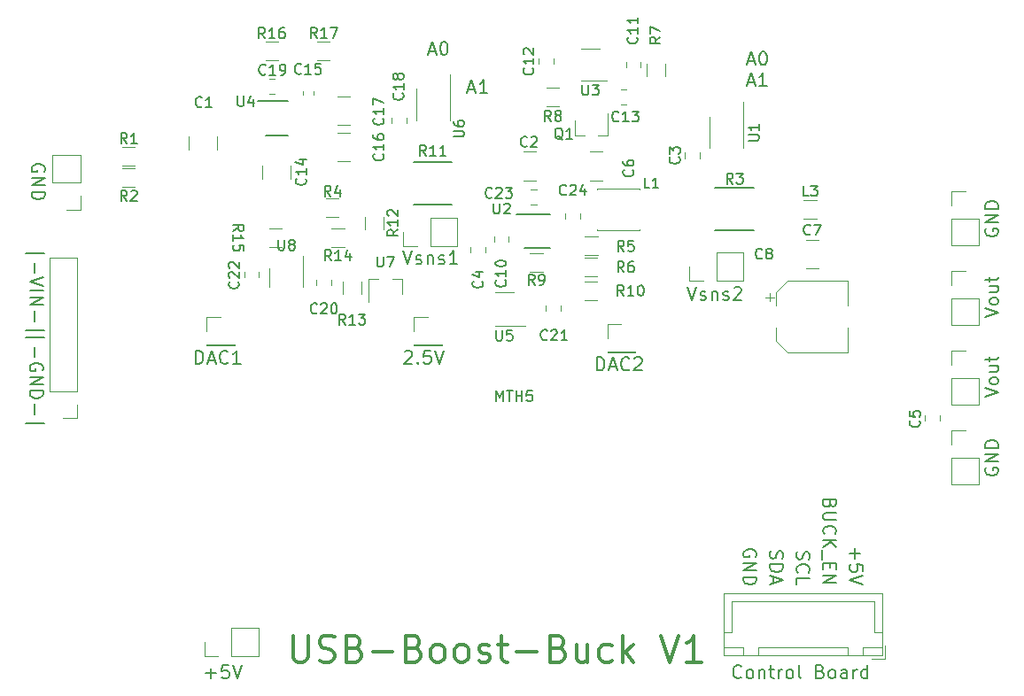
<source format=gbr>
G04 #@! TF.GenerationSoftware,KiCad,Pcbnew,(5.1.5)-3*
G04 #@! TF.CreationDate,2020-06-22T17:40:46-04:00*
G04 #@! TF.ProjectId,lab-supply-usb-boost-buck,6c61622d-7375-4707-906c-792d7573622d,rev?*
G04 #@! TF.SameCoordinates,Original*
G04 #@! TF.FileFunction,Legend,Top*
G04 #@! TF.FilePolarity,Positive*
%FSLAX46Y46*%
G04 Gerber Fmt 4.6, Leading zero omitted, Abs format (unit mm)*
G04 Created by KiCad (PCBNEW (5.1.5)-3) date 2020-06-22 17:40:46*
%MOMM*%
%LPD*%
G04 APERTURE LIST*
%ADD10C,0.177800*%
%ADD11C,0.203200*%
%ADD12C,0.304800*%
%ADD13C,0.120000*%
%ADD14C,0.127000*%
%ADD15C,0.150000*%
%ADD16C,0.152400*%
G04 APERTURE END LIST*
D10*
X110186953Y-87690476D02*
X110247430Y-87630000D01*
X110368382Y-87569523D01*
X110670763Y-87569523D01*
X110791715Y-87630000D01*
X110852191Y-87690476D01*
X110912668Y-87811428D01*
X110912668Y-87932380D01*
X110852191Y-88113809D01*
X110126477Y-88839523D01*
X110912668Y-88839523D01*
X111456953Y-88718571D02*
X111517430Y-88779047D01*
X111456953Y-88839523D01*
X111396477Y-88779047D01*
X111456953Y-88718571D01*
X111456953Y-88839523D01*
X112666477Y-87569523D02*
X112061715Y-87569523D01*
X112001239Y-88174285D01*
X112061715Y-88113809D01*
X112182668Y-88053333D01*
X112485049Y-88053333D01*
X112606001Y-88113809D01*
X112666477Y-88174285D01*
X112726953Y-88295238D01*
X112726953Y-88597619D01*
X112666477Y-88718571D01*
X112606001Y-88779047D01*
X112485049Y-88839523D01*
X112182668Y-88839523D01*
X112061715Y-88779047D01*
X112001239Y-88718571D01*
X113089810Y-87569523D02*
X113513144Y-88839523D01*
X113936477Y-87569523D01*
X90217715Y-88839523D02*
X90217715Y-87569523D01*
X90520096Y-87569523D01*
X90701525Y-87630000D01*
X90822477Y-87750952D01*
X90882953Y-87871904D01*
X90943430Y-88113809D01*
X90943430Y-88295238D01*
X90882953Y-88537142D01*
X90822477Y-88658095D01*
X90701525Y-88779047D01*
X90520096Y-88839523D01*
X90217715Y-88839523D01*
X91427239Y-88476666D02*
X92032001Y-88476666D01*
X91306287Y-88839523D02*
X91729620Y-87569523D01*
X92152953Y-88839523D01*
X93302001Y-88718571D02*
X93241525Y-88779047D01*
X93060096Y-88839523D01*
X92939144Y-88839523D01*
X92757715Y-88779047D01*
X92636763Y-88658095D01*
X92576287Y-88537142D01*
X92515810Y-88295238D01*
X92515810Y-88113809D01*
X92576287Y-87871904D01*
X92636763Y-87750952D01*
X92757715Y-87630000D01*
X92939144Y-87569523D01*
X93060096Y-87569523D01*
X93241525Y-87630000D01*
X93302001Y-87690476D01*
X94511525Y-88839523D02*
X93785810Y-88839523D01*
X94148668Y-88839523D02*
X94148668Y-87569523D01*
X94027715Y-87750952D01*
X93906763Y-87871904D01*
X93785810Y-87932380D01*
X128571715Y-89474523D02*
X128571715Y-88204523D01*
X128874096Y-88204523D01*
X129055525Y-88265000D01*
X129176477Y-88385952D01*
X129236953Y-88506904D01*
X129297430Y-88748809D01*
X129297430Y-88930238D01*
X129236953Y-89172142D01*
X129176477Y-89293095D01*
X129055525Y-89414047D01*
X128874096Y-89474523D01*
X128571715Y-89474523D01*
X129781239Y-89111666D02*
X130386001Y-89111666D01*
X129660287Y-89474523D02*
X130083620Y-88204523D01*
X130506953Y-89474523D01*
X131656001Y-89353571D02*
X131595525Y-89414047D01*
X131414096Y-89474523D01*
X131293144Y-89474523D01*
X131111715Y-89414047D01*
X130990763Y-89293095D01*
X130930287Y-89172142D01*
X130869810Y-88930238D01*
X130869810Y-88748809D01*
X130930287Y-88506904D01*
X130990763Y-88385952D01*
X131111715Y-88265000D01*
X131293144Y-88204523D01*
X131414096Y-88204523D01*
X131595525Y-88265000D01*
X131656001Y-88325476D01*
X132139810Y-88325476D02*
X132200287Y-88265000D01*
X132321239Y-88204523D01*
X132623620Y-88204523D01*
X132744572Y-88265000D01*
X132805049Y-88325476D01*
X132865525Y-88446428D01*
X132865525Y-88567380D01*
X132805049Y-88748809D01*
X132079334Y-89474523D01*
X132865525Y-89474523D01*
D11*
X165735000Y-75932937D02*
X165674523Y-76053889D01*
X165674523Y-76235318D01*
X165735000Y-76416746D01*
X165855952Y-76537699D01*
X165976904Y-76598175D01*
X166218809Y-76658651D01*
X166400238Y-76658651D01*
X166642142Y-76598175D01*
X166763095Y-76537699D01*
X166884047Y-76416746D01*
X166944523Y-76235318D01*
X166944523Y-76114365D01*
X166884047Y-75932937D01*
X166823571Y-75872460D01*
X166400238Y-75872460D01*
X166400238Y-76114365D01*
X166944523Y-75328175D02*
X165674523Y-75328175D01*
X166944523Y-74602460D01*
X165674523Y-74602460D01*
X166944523Y-73997699D02*
X165674523Y-73997699D01*
X165674523Y-73695318D01*
X165735000Y-73513889D01*
X165855952Y-73392937D01*
X165976904Y-73332460D01*
X166218809Y-73271984D01*
X166400238Y-73271984D01*
X166642142Y-73332460D01*
X166763095Y-73392937D01*
X166884047Y-73513889D01*
X166944523Y-73695318D01*
X166944523Y-73997699D01*
D10*
X137250049Y-81473523D02*
X137673382Y-82743523D01*
X138096715Y-81473523D01*
X138459572Y-82683047D02*
X138580525Y-82743523D01*
X138822430Y-82743523D01*
X138943382Y-82683047D01*
X139003858Y-82562095D01*
X139003858Y-82501619D01*
X138943382Y-82380666D01*
X138822430Y-82320190D01*
X138641001Y-82320190D01*
X138520049Y-82259714D01*
X138459572Y-82138761D01*
X138459572Y-82078285D01*
X138520049Y-81957333D01*
X138641001Y-81896857D01*
X138822430Y-81896857D01*
X138943382Y-81957333D01*
X139548144Y-81896857D02*
X139548144Y-82743523D01*
X139548144Y-82017809D02*
X139608620Y-81957333D01*
X139729572Y-81896857D01*
X139911001Y-81896857D01*
X140031953Y-81957333D01*
X140092430Y-82078285D01*
X140092430Y-82743523D01*
X140636715Y-82683047D02*
X140757668Y-82743523D01*
X140999572Y-82743523D01*
X141120525Y-82683047D01*
X141181001Y-82562095D01*
X141181001Y-82501619D01*
X141120525Y-82380666D01*
X140999572Y-82320190D01*
X140818144Y-82320190D01*
X140697191Y-82259714D01*
X140636715Y-82138761D01*
X140636715Y-82078285D01*
X140697191Y-81957333D01*
X140818144Y-81896857D01*
X140999572Y-81896857D01*
X141120525Y-81957333D01*
X141664810Y-81594476D02*
X141725287Y-81534000D01*
X141846239Y-81473523D01*
X142148620Y-81473523D01*
X142269572Y-81534000D01*
X142330049Y-81594476D01*
X142390525Y-81715428D01*
X142390525Y-81836380D01*
X142330049Y-82017809D01*
X141604334Y-82743523D01*
X142390525Y-82743523D01*
X110072049Y-78044523D02*
X110495382Y-79314523D01*
X110918715Y-78044523D01*
X111281572Y-79254047D02*
X111402525Y-79314523D01*
X111644430Y-79314523D01*
X111765382Y-79254047D01*
X111825858Y-79133095D01*
X111825858Y-79072619D01*
X111765382Y-78951666D01*
X111644430Y-78891190D01*
X111463001Y-78891190D01*
X111342049Y-78830714D01*
X111281572Y-78709761D01*
X111281572Y-78649285D01*
X111342049Y-78528333D01*
X111463001Y-78467857D01*
X111644430Y-78467857D01*
X111765382Y-78528333D01*
X112370144Y-78467857D02*
X112370144Y-79314523D01*
X112370144Y-78588809D02*
X112430620Y-78528333D01*
X112551572Y-78467857D01*
X112733001Y-78467857D01*
X112853953Y-78528333D01*
X112914430Y-78649285D01*
X112914430Y-79314523D01*
X113458715Y-79254047D02*
X113579668Y-79314523D01*
X113821572Y-79314523D01*
X113942525Y-79254047D01*
X114003001Y-79133095D01*
X114003001Y-79072619D01*
X113942525Y-78951666D01*
X113821572Y-78891190D01*
X113640144Y-78891190D01*
X113519191Y-78830714D01*
X113458715Y-78709761D01*
X113458715Y-78649285D01*
X113519191Y-78528333D01*
X113640144Y-78467857D01*
X113821572Y-78467857D01*
X113942525Y-78528333D01*
X115212525Y-79314523D02*
X114486810Y-79314523D01*
X114849668Y-79314523D02*
X114849668Y-78044523D01*
X114728715Y-78225952D01*
X114607763Y-78346904D01*
X114486810Y-78407380D01*
D11*
X112492729Y-58936466D02*
X113097491Y-58936466D01*
X112371777Y-59299323D02*
X112795110Y-58029323D01*
X113218443Y-59299323D01*
X113883681Y-58029323D02*
X114004634Y-58029323D01*
X114125586Y-58089800D01*
X114186062Y-58150276D01*
X114246539Y-58271228D01*
X114307015Y-58513133D01*
X114307015Y-58815514D01*
X114246539Y-59057419D01*
X114186062Y-59178371D01*
X114125586Y-59238847D01*
X114004634Y-59299323D01*
X113883681Y-59299323D01*
X113762729Y-59238847D01*
X113702253Y-59178371D01*
X113641777Y-59057419D01*
X113581300Y-58815514D01*
X113581300Y-58513133D01*
X113641777Y-58271228D01*
X113702253Y-58150276D01*
X113762729Y-58089800D01*
X113883681Y-58029323D01*
X116277329Y-62619466D02*
X116882091Y-62619466D01*
X116156377Y-62982323D02*
X116579710Y-61712323D01*
X117003043Y-62982323D01*
X118091615Y-62982323D02*
X117365900Y-62982323D01*
X117728758Y-62982323D02*
X117728758Y-61712323D01*
X117607805Y-61893752D01*
X117486853Y-62014704D01*
X117365900Y-62075180D01*
X142998129Y-59901666D02*
X143602891Y-59901666D01*
X142877177Y-60264523D02*
X143300510Y-58994523D01*
X143723843Y-60264523D01*
X144389081Y-58994523D02*
X144510034Y-58994523D01*
X144630986Y-59055000D01*
X144691462Y-59115476D01*
X144751939Y-59236428D01*
X144812415Y-59478333D01*
X144812415Y-59780714D01*
X144751939Y-60022619D01*
X144691462Y-60143571D01*
X144630986Y-60204047D01*
X144510034Y-60264523D01*
X144389081Y-60264523D01*
X144268129Y-60204047D01*
X144207653Y-60143571D01*
X144147177Y-60022619D01*
X144086700Y-59780714D01*
X144086700Y-59478333D01*
X144147177Y-59236428D01*
X144207653Y-59115476D01*
X144268129Y-59055000D01*
X144389081Y-58994523D01*
D10*
X73932142Y-78286972D02*
X75746428Y-78286972D01*
X74839285Y-79194115D02*
X74839285Y-80161734D01*
X75625476Y-80585068D02*
X74355476Y-81008401D01*
X75625476Y-81431734D01*
X74355476Y-81855068D02*
X75625476Y-81855068D01*
X74355476Y-82459830D02*
X75625476Y-82459830D01*
X74355476Y-83185544D01*
X75625476Y-83185544D01*
X74839285Y-83790306D02*
X74839285Y-84757925D01*
X73932142Y-85665068D02*
X75746428Y-85665068D01*
X73932142Y-86330306D02*
X75746428Y-86330306D01*
X74839285Y-87237449D02*
X74839285Y-88205068D01*
X75565000Y-89475068D02*
X75625476Y-89354115D01*
X75625476Y-89172687D01*
X75565000Y-88991258D01*
X75444047Y-88870306D01*
X75323095Y-88809830D01*
X75081190Y-88749353D01*
X74899761Y-88749353D01*
X74657857Y-88809830D01*
X74536904Y-88870306D01*
X74415952Y-88991258D01*
X74355476Y-89172687D01*
X74355476Y-89293639D01*
X74415952Y-89475068D01*
X74476428Y-89535544D01*
X74899761Y-89535544D01*
X74899761Y-89293639D01*
X74355476Y-90079830D02*
X75625476Y-90079830D01*
X74355476Y-90805544D01*
X75625476Y-90805544D01*
X74355476Y-91410306D02*
X75625476Y-91410306D01*
X75625476Y-91712687D01*
X75565000Y-91894115D01*
X75444047Y-92015068D01*
X75323095Y-92075544D01*
X75081190Y-92136020D01*
X74899761Y-92136020D01*
X74657857Y-92075544D01*
X74536904Y-92015068D01*
X74415952Y-91894115D01*
X74355476Y-91712687D01*
X74355476Y-91410306D01*
X74839285Y-92680306D02*
X74839285Y-93647925D01*
X73932142Y-94555068D02*
X75746428Y-94555068D01*
D11*
X165674523Y-92007508D02*
X166944523Y-91584175D01*
X165674523Y-91160841D01*
X166944523Y-90556080D02*
X166884047Y-90677032D01*
X166823571Y-90737508D01*
X166702619Y-90797984D01*
X166339761Y-90797984D01*
X166218809Y-90737508D01*
X166158333Y-90677032D01*
X166097857Y-90556080D01*
X166097857Y-90374651D01*
X166158333Y-90253699D01*
X166218809Y-90193222D01*
X166339761Y-90132746D01*
X166702619Y-90132746D01*
X166823571Y-90193222D01*
X166884047Y-90253699D01*
X166944523Y-90374651D01*
X166944523Y-90556080D01*
X166097857Y-89044175D02*
X166944523Y-89044175D01*
X166097857Y-89588460D02*
X166763095Y-89588460D01*
X166884047Y-89527984D01*
X166944523Y-89407032D01*
X166944523Y-89225603D01*
X166884047Y-89104651D01*
X166823571Y-89044175D01*
X166097857Y-88620841D02*
X166097857Y-88137032D01*
X165674523Y-88439413D02*
X166763095Y-88439413D01*
X166884047Y-88378937D01*
X166944523Y-88257984D01*
X166944523Y-88137032D01*
X165735000Y-98792937D02*
X165674523Y-98913889D01*
X165674523Y-99095318D01*
X165735000Y-99276746D01*
X165855952Y-99397699D01*
X165976904Y-99458175D01*
X166218809Y-99518651D01*
X166400238Y-99518651D01*
X166642142Y-99458175D01*
X166763095Y-99397699D01*
X166884047Y-99276746D01*
X166944523Y-99095318D01*
X166944523Y-98974365D01*
X166884047Y-98792937D01*
X166823571Y-98732460D01*
X166400238Y-98732460D01*
X166400238Y-98974365D01*
X166944523Y-98188175D02*
X165674523Y-98188175D01*
X166944523Y-97462460D01*
X165674523Y-97462460D01*
X166944523Y-96857699D02*
X165674523Y-96857699D01*
X165674523Y-96555318D01*
X165735000Y-96373889D01*
X165855952Y-96252937D01*
X165976904Y-96192460D01*
X166218809Y-96131984D01*
X166400238Y-96131984D01*
X166642142Y-96192460D01*
X166763095Y-96252937D01*
X166884047Y-96373889D01*
X166944523Y-96555318D01*
X166944523Y-96857699D01*
X165674523Y-84387508D02*
X166944523Y-83964175D01*
X165674523Y-83540841D01*
X166944523Y-82936080D02*
X166884047Y-83057032D01*
X166823571Y-83117508D01*
X166702619Y-83177984D01*
X166339761Y-83177984D01*
X166218809Y-83117508D01*
X166158333Y-83057032D01*
X166097857Y-82936080D01*
X166097857Y-82754651D01*
X166158333Y-82633699D01*
X166218809Y-82573222D01*
X166339761Y-82512746D01*
X166702619Y-82512746D01*
X166823571Y-82573222D01*
X166884047Y-82633699D01*
X166944523Y-82754651D01*
X166944523Y-82936080D01*
X166097857Y-81424175D02*
X166944523Y-81424175D01*
X166097857Y-81968460D02*
X166763095Y-81968460D01*
X166884047Y-81907984D01*
X166944523Y-81787032D01*
X166944523Y-81605603D01*
X166884047Y-81484651D01*
X166823571Y-81424175D01*
X166097857Y-81000841D02*
X166097857Y-80517032D01*
X165674523Y-80819413D02*
X166763095Y-80819413D01*
X166884047Y-80758937D01*
X166944523Y-80637984D01*
X166944523Y-80517032D01*
X142998129Y-61933666D02*
X143602891Y-61933666D01*
X142877177Y-62296523D02*
X143300510Y-61026523D01*
X143723843Y-62296523D01*
X144812415Y-62296523D02*
X144086700Y-62296523D01*
X144449558Y-62296523D02*
X144449558Y-61026523D01*
X144328605Y-61207952D01*
X144207653Y-61328904D01*
X144086700Y-61389380D01*
D10*
X91185334Y-118429314D02*
X92152953Y-118429314D01*
X91669144Y-118913123D02*
X91669144Y-117945504D01*
X93362477Y-117643123D02*
X92757715Y-117643123D01*
X92697239Y-118247885D01*
X92757715Y-118187409D01*
X92878668Y-118126933D01*
X93181049Y-118126933D01*
X93302001Y-118187409D01*
X93362477Y-118247885D01*
X93422953Y-118368838D01*
X93422953Y-118671219D01*
X93362477Y-118792171D01*
X93302001Y-118852647D01*
X93181049Y-118913123D01*
X92878668Y-118913123D01*
X92757715Y-118852647D01*
X92697239Y-118792171D01*
X93785810Y-117643123D02*
X94209144Y-118913123D01*
X94632477Y-117643123D01*
X75742800Y-70451072D02*
X75803276Y-70330120D01*
X75803276Y-70148691D01*
X75742800Y-69967263D01*
X75621847Y-69846310D01*
X75500895Y-69785834D01*
X75258990Y-69725358D01*
X75077561Y-69725358D01*
X74835657Y-69785834D01*
X74714704Y-69846310D01*
X74593752Y-69967263D01*
X74533276Y-70148691D01*
X74533276Y-70269644D01*
X74593752Y-70451072D01*
X74654228Y-70511549D01*
X75077561Y-70511549D01*
X75077561Y-70269644D01*
X74533276Y-71055834D02*
X75803276Y-71055834D01*
X74533276Y-71781549D01*
X75803276Y-71781549D01*
X74533276Y-72386310D02*
X75803276Y-72386310D01*
X75803276Y-72688691D01*
X75742800Y-72870120D01*
X75621847Y-72991072D01*
X75500895Y-73051549D01*
X75258990Y-73112025D01*
X75077561Y-73112025D01*
X74835657Y-73051549D01*
X74714704Y-72991072D01*
X74593752Y-72870120D01*
X74533276Y-72688691D01*
X74533276Y-72386310D01*
D11*
X142369177Y-118792171D02*
X142308700Y-118852647D01*
X142127272Y-118913123D01*
X142006320Y-118913123D01*
X141824891Y-118852647D01*
X141703939Y-118731695D01*
X141643462Y-118610742D01*
X141582986Y-118368838D01*
X141582986Y-118187409D01*
X141643462Y-117945504D01*
X141703939Y-117824552D01*
X141824891Y-117703600D01*
X142006320Y-117643123D01*
X142127272Y-117643123D01*
X142308700Y-117703600D01*
X142369177Y-117764076D01*
X143094891Y-118913123D02*
X142973939Y-118852647D01*
X142913462Y-118792171D01*
X142852986Y-118671219D01*
X142852986Y-118308361D01*
X142913462Y-118187409D01*
X142973939Y-118126933D01*
X143094891Y-118066457D01*
X143276320Y-118066457D01*
X143397272Y-118126933D01*
X143457748Y-118187409D01*
X143518224Y-118308361D01*
X143518224Y-118671219D01*
X143457748Y-118792171D01*
X143397272Y-118852647D01*
X143276320Y-118913123D01*
X143094891Y-118913123D01*
X144062510Y-118066457D02*
X144062510Y-118913123D01*
X144062510Y-118187409D02*
X144122986Y-118126933D01*
X144243939Y-118066457D01*
X144425367Y-118066457D01*
X144546320Y-118126933D01*
X144606796Y-118247885D01*
X144606796Y-118913123D01*
X145030129Y-118066457D02*
X145513939Y-118066457D01*
X145211558Y-117643123D02*
X145211558Y-118731695D01*
X145272034Y-118852647D01*
X145392986Y-118913123D01*
X145513939Y-118913123D01*
X145937272Y-118913123D02*
X145937272Y-118066457D01*
X145937272Y-118308361D02*
X145997748Y-118187409D01*
X146058224Y-118126933D01*
X146179177Y-118066457D01*
X146300129Y-118066457D01*
X146904891Y-118913123D02*
X146783939Y-118852647D01*
X146723462Y-118792171D01*
X146662986Y-118671219D01*
X146662986Y-118308361D01*
X146723462Y-118187409D01*
X146783939Y-118126933D01*
X146904891Y-118066457D01*
X147086320Y-118066457D01*
X147207272Y-118126933D01*
X147267748Y-118187409D01*
X147328224Y-118308361D01*
X147328224Y-118671219D01*
X147267748Y-118792171D01*
X147207272Y-118852647D01*
X147086320Y-118913123D01*
X146904891Y-118913123D01*
X148053939Y-118913123D02*
X147932986Y-118852647D01*
X147872510Y-118731695D01*
X147872510Y-117643123D01*
X149928700Y-118247885D02*
X150110129Y-118308361D01*
X150170605Y-118368838D01*
X150231081Y-118489790D01*
X150231081Y-118671219D01*
X150170605Y-118792171D01*
X150110129Y-118852647D01*
X149989177Y-118913123D01*
X149505367Y-118913123D01*
X149505367Y-117643123D01*
X149928700Y-117643123D01*
X150049653Y-117703600D01*
X150110129Y-117764076D01*
X150170605Y-117885028D01*
X150170605Y-118005980D01*
X150110129Y-118126933D01*
X150049653Y-118187409D01*
X149928700Y-118247885D01*
X149505367Y-118247885D01*
X150956796Y-118913123D02*
X150835843Y-118852647D01*
X150775367Y-118792171D01*
X150714891Y-118671219D01*
X150714891Y-118308361D01*
X150775367Y-118187409D01*
X150835843Y-118126933D01*
X150956796Y-118066457D01*
X151138224Y-118066457D01*
X151259177Y-118126933D01*
X151319653Y-118187409D01*
X151380129Y-118308361D01*
X151380129Y-118671219D01*
X151319653Y-118792171D01*
X151259177Y-118852647D01*
X151138224Y-118913123D01*
X150956796Y-118913123D01*
X152468700Y-118913123D02*
X152468700Y-118247885D01*
X152408224Y-118126933D01*
X152287272Y-118066457D01*
X152045367Y-118066457D01*
X151924415Y-118126933D01*
X152468700Y-118852647D02*
X152347748Y-118913123D01*
X152045367Y-118913123D01*
X151924415Y-118852647D01*
X151863939Y-118731695D01*
X151863939Y-118610742D01*
X151924415Y-118489790D01*
X152045367Y-118429314D01*
X152347748Y-118429314D01*
X152468700Y-118368838D01*
X153073462Y-118913123D02*
X153073462Y-118066457D01*
X153073462Y-118308361D02*
X153133939Y-118187409D01*
X153194415Y-118126933D01*
X153315367Y-118066457D01*
X153436320Y-118066457D01*
X154403939Y-118913123D02*
X154403939Y-117643123D01*
X154403939Y-118852647D02*
X154282986Y-118913123D01*
X154041081Y-118913123D01*
X153920129Y-118852647D01*
X153859653Y-118792171D01*
X153799177Y-118671219D01*
X153799177Y-118308361D01*
X153859653Y-118187409D01*
X153920129Y-118126933D01*
X154041081Y-118066457D01*
X154282986Y-118066457D01*
X154403939Y-118126933D01*
X143764000Y-107277262D02*
X143824476Y-107156310D01*
X143824476Y-106974881D01*
X143764000Y-106793453D01*
X143643047Y-106672500D01*
X143522095Y-106612024D01*
X143280190Y-106551548D01*
X143098761Y-106551548D01*
X142856857Y-106612024D01*
X142735904Y-106672500D01*
X142614952Y-106793453D01*
X142554476Y-106974881D01*
X142554476Y-107095834D01*
X142614952Y-107277262D01*
X142675428Y-107337739D01*
X143098761Y-107337739D01*
X143098761Y-107095834D01*
X142554476Y-107882024D02*
X143824476Y-107882024D01*
X142554476Y-108607739D01*
X143824476Y-108607739D01*
X142554476Y-109212500D02*
X143824476Y-109212500D01*
X143824476Y-109514881D01*
X143764000Y-109696310D01*
X143643047Y-109817262D01*
X143522095Y-109877739D01*
X143280190Y-109938215D01*
X143098761Y-109938215D01*
X142856857Y-109877739D01*
X142735904Y-109817262D01*
X142614952Y-109696310D01*
X142554476Y-109514881D01*
X142554476Y-109212500D01*
X150839714Y-102216615D02*
X150779238Y-102398043D01*
X150718761Y-102458520D01*
X150597809Y-102518996D01*
X150416380Y-102518996D01*
X150295428Y-102458520D01*
X150234952Y-102398043D01*
X150174476Y-102277091D01*
X150174476Y-101793281D01*
X151444476Y-101793281D01*
X151444476Y-102216615D01*
X151384000Y-102337567D01*
X151323523Y-102398043D01*
X151202571Y-102458520D01*
X151081619Y-102458520D01*
X150960666Y-102398043D01*
X150900190Y-102337567D01*
X150839714Y-102216615D01*
X150839714Y-101793281D01*
X151444476Y-103063281D02*
X150416380Y-103063281D01*
X150295428Y-103123758D01*
X150234952Y-103184234D01*
X150174476Y-103305186D01*
X150174476Y-103547091D01*
X150234952Y-103668043D01*
X150295428Y-103728520D01*
X150416380Y-103788996D01*
X151444476Y-103788996D01*
X150295428Y-105119472D02*
X150234952Y-105058996D01*
X150174476Y-104877567D01*
X150174476Y-104756615D01*
X150234952Y-104575186D01*
X150355904Y-104454234D01*
X150476857Y-104393758D01*
X150718761Y-104333281D01*
X150900190Y-104333281D01*
X151142095Y-104393758D01*
X151263047Y-104454234D01*
X151384000Y-104575186D01*
X151444476Y-104756615D01*
X151444476Y-104877567D01*
X151384000Y-105058996D01*
X151323523Y-105119472D01*
X150174476Y-105663758D02*
X151444476Y-105663758D01*
X150174476Y-106389472D02*
X150900190Y-105845186D01*
X151444476Y-106389472D02*
X150718761Y-105663758D01*
X150053523Y-106631377D02*
X150053523Y-107598996D01*
X150839714Y-107901377D02*
X150839714Y-108324710D01*
X150174476Y-108506139D02*
X150174476Y-107901377D01*
X151444476Y-107901377D01*
X151444476Y-108506139D01*
X150174476Y-109050424D02*
X151444476Y-109050424D01*
X150174476Y-109776139D01*
X151444476Y-109776139D01*
X147694952Y-106812805D02*
X147634476Y-106994234D01*
X147634476Y-107296615D01*
X147694952Y-107417567D01*
X147755428Y-107478043D01*
X147876380Y-107538520D01*
X147997333Y-107538520D01*
X148118285Y-107478043D01*
X148178761Y-107417567D01*
X148239238Y-107296615D01*
X148299714Y-107054710D01*
X148360190Y-106933758D01*
X148420666Y-106873281D01*
X148541619Y-106812805D01*
X148662571Y-106812805D01*
X148783523Y-106873281D01*
X148844000Y-106933758D01*
X148904476Y-107054710D01*
X148904476Y-107357091D01*
X148844000Y-107538520D01*
X147755428Y-108808520D02*
X147694952Y-108748043D01*
X147634476Y-108566615D01*
X147634476Y-108445662D01*
X147694952Y-108264234D01*
X147815904Y-108143281D01*
X147936857Y-108082805D01*
X148178761Y-108022329D01*
X148360190Y-108022329D01*
X148602095Y-108082805D01*
X148723047Y-108143281D01*
X148844000Y-108264234D01*
X148904476Y-108445662D01*
X148904476Y-108566615D01*
X148844000Y-108748043D01*
X148783523Y-108808520D01*
X147634476Y-109957567D02*
X147634476Y-109352805D01*
X148904476Y-109352805D01*
X145154952Y-106752329D02*
X145094476Y-106933758D01*
X145094476Y-107236139D01*
X145154952Y-107357091D01*
X145215428Y-107417567D01*
X145336380Y-107478043D01*
X145457333Y-107478043D01*
X145578285Y-107417567D01*
X145638761Y-107357091D01*
X145699238Y-107236139D01*
X145759714Y-106994234D01*
X145820190Y-106873281D01*
X145880666Y-106812805D01*
X146001619Y-106752329D01*
X146122571Y-106752329D01*
X146243523Y-106812805D01*
X146304000Y-106873281D01*
X146364476Y-106994234D01*
X146364476Y-107296615D01*
X146304000Y-107478043D01*
X145094476Y-108022329D02*
X146364476Y-108022329D01*
X146364476Y-108324710D01*
X146304000Y-108506139D01*
X146183047Y-108627091D01*
X146062095Y-108687567D01*
X145820190Y-108748043D01*
X145638761Y-108748043D01*
X145396857Y-108687567D01*
X145275904Y-108627091D01*
X145154952Y-108506139D01*
X145094476Y-108324710D01*
X145094476Y-108022329D01*
X145457333Y-109231853D02*
X145457333Y-109836615D01*
X145094476Y-109110900D02*
X146364476Y-109534234D01*
X145094476Y-109957567D01*
X153198285Y-106485024D02*
X153198285Y-107452643D01*
X152714476Y-106968834D02*
X153682095Y-106968834D01*
X153984476Y-108662167D02*
X153984476Y-108057405D01*
X153379714Y-107996929D01*
X153440190Y-108057405D01*
X153500666Y-108178358D01*
X153500666Y-108480739D01*
X153440190Y-108601691D01*
X153379714Y-108662167D01*
X153258761Y-108722643D01*
X152956380Y-108722643D01*
X152835428Y-108662167D01*
X152774952Y-108601691D01*
X152714476Y-108480739D01*
X152714476Y-108178358D01*
X152774952Y-108057405D01*
X152835428Y-107996929D01*
X153984476Y-109085500D02*
X152714476Y-109508834D01*
X153984476Y-109932167D01*
D12*
X99500266Y-114814047D02*
X99500266Y-116870238D01*
X99621219Y-117112142D01*
X99742171Y-117233095D01*
X99984076Y-117354047D01*
X100467885Y-117354047D01*
X100709790Y-117233095D01*
X100830742Y-117112142D01*
X100951695Y-116870238D01*
X100951695Y-114814047D01*
X102040266Y-117233095D02*
X102403123Y-117354047D01*
X103007885Y-117354047D01*
X103249790Y-117233095D01*
X103370742Y-117112142D01*
X103491695Y-116870238D01*
X103491695Y-116628333D01*
X103370742Y-116386428D01*
X103249790Y-116265476D01*
X103007885Y-116144523D01*
X102524076Y-116023571D01*
X102282171Y-115902619D01*
X102161219Y-115781666D01*
X102040266Y-115539761D01*
X102040266Y-115297857D01*
X102161219Y-115055952D01*
X102282171Y-114935000D01*
X102524076Y-114814047D01*
X103128838Y-114814047D01*
X103491695Y-114935000D01*
X105426933Y-116023571D02*
X105789790Y-116144523D01*
X105910742Y-116265476D01*
X106031695Y-116507380D01*
X106031695Y-116870238D01*
X105910742Y-117112142D01*
X105789790Y-117233095D01*
X105547885Y-117354047D01*
X104580266Y-117354047D01*
X104580266Y-114814047D01*
X105426933Y-114814047D01*
X105668838Y-114935000D01*
X105789790Y-115055952D01*
X105910742Y-115297857D01*
X105910742Y-115539761D01*
X105789790Y-115781666D01*
X105668838Y-115902619D01*
X105426933Y-116023571D01*
X104580266Y-116023571D01*
X107120266Y-116386428D02*
X109055504Y-116386428D01*
X111111695Y-116023571D02*
X111474552Y-116144523D01*
X111595504Y-116265476D01*
X111716457Y-116507380D01*
X111716457Y-116870238D01*
X111595504Y-117112142D01*
X111474552Y-117233095D01*
X111232647Y-117354047D01*
X110265028Y-117354047D01*
X110265028Y-114814047D01*
X111111695Y-114814047D01*
X111353600Y-114935000D01*
X111474552Y-115055952D01*
X111595504Y-115297857D01*
X111595504Y-115539761D01*
X111474552Y-115781666D01*
X111353600Y-115902619D01*
X111111695Y-116023571D01*
X110265028Y-116023571D01*
X113167885Y-117354047D02*
X112925980Y-117233095D01*
X112805028Y-117112142D01*
X112684076Y-116870238D01*
X112684076Y-116144523D01*
X112805028Y-115902619D01*
X112925980Y-115781666D01*
X113167885Y-115660714D01*
X113530742Y-115660714D01*
X113772647Y-115781666D01*
X113893600Y-115902619D01*
X114014552Y-116144523D01*
X114014552Y-116870238D01*
X113893600Y-117112142D01*
X113772647Y-117233095D01*
X113530742Y-117354047D01*
X113167885Y-117354047D01*
X115465980Y-117354047D02*
X115224076Y-117233095D01*
X115103123Y-117112142D01*
X114982171Y-116870238D01*
X114982171Y-116144523D01*
X115103123Y-115902619D01*
X115224076Y-115781666D01*
X115465980Y-115660714D01*
X115828838Y-115660714D01*
X116070742Y-115781666D01*
X116191695Y-115902619D01*
X116312647Y-116144523D01*
X116312647Y-116870238D01*
X116191695Y-117112142D01*
X116070742Y-117233095D01*
X115828838Y-117354047D01*
X115465980Y-117354047D01*
X117280266Y-117233095D02*
X117522171Y-117354047D01*
X118005980Y-117354047D01*
X118247885Y-117233095D01*
X118368838Y-116991190D01*
X118368838Y-116870238D01*
X118247885Y-116628333D01*
X118005980Y-116507380D01*
X117643123Y-116507380D01*
X117401219Y-116386428D01*
X117280266Y-116144523D01*
X117280266Y-116023571D01*
X117401219Y-115781666D01*
X117643123Y-115660714D01*
X118005980Y-115660714D01*
X118247885Y-115781666D01*
X119094552Y-115660714D02*
X120062171Y-115660714D01*
X119457409Y-114814047D02*
X119457409Y-116991190D01*
X119578361Y-117233095D01*
X119820266Y-117354047D01*
X120062171Y-117354047D01*
X120908838Y-116386428D02*
X122844076Y-116386428D01*
X124900266Y-116023571D02*
X125263123Y-116144523D01*
X125384076Y-116265476D01*
X125505028Y-116507380D01*
X125505028Y-116870238D01*
X125384076Y-117112142D01*
X125263123Y-117233095D01*
X125021219Y-117354047D01*
X124053600Y-117354047D01*
X124053600Y-114814047D01*
X124900266Y-114814047D01*
X125142171Y-114935000D01*
X125263123Y-115055952D01*
X125384076Y-115297857D01*
X125384076Y-115539761D01*
X125263123Y-115781666D01*
X125142171Y-115902619D01*
X124900266Y-116023571D01*
X124053600Y-116023571D01*
X127682171Y-115660714D02*
X127682171Y-117354047D01*
X126593600Y-115660714D02*
X126593600Y-116991190D01*
X126714552Y-117233095D01*
X126956457Y-117354047D01*
X127319314Y-117354047D01*
X127561219Y-117233095D01*
X127682171Y-117112142D01*
X129980266Y-117233095D02*
X129738361Y-117354047D01*
X129254552Y-117354047D01*
X129012647Y-117233095D01*
X128891695Y-117112142D01*
X128770742Y-116870238D01*
X128770742Y-116144523D01*
X128891695Y-115902619D01*
X129012647Y-115781666D01*
X129254552Y-115660714D01*
X129738361Y-115660714D01*
X129980266Y-115781666D01*
X131068838Y-117354047D02*
X131068838Y-114814047D01*
X131310742Y-116386428D02*
X132036457Y-117354047D01*
X132036457Y-115660714D02*
X131068838Y-116628333D01*
X134697409Y-114814047D02*
X135544076Y-117354047D01*
X136390742Y-114814047D01*
X138567885Y-117354047D02*
X137116457Y-117354047D01*
X137842171Y-117354047D02*
X137842171Y-114814047D01*
X137600266Y-115176904D01*
X137358361Y-115418809D01*
X137116457Y-115539761D01*
D13*
X128600200Y-75971400D02*
X128600200Y-76073000D01*
X128600200Y-72059800D02*
X128600200Y-72161400D01*
X132613400Y-72059800D02*
X132613400Y-72161400D01*
X128600200Y-72059800D02*
X132613400Y-72059800D01*
X132613400Y-75971400D02*
X132613400Y-76073000D01*
X132613400Y-76073000D02*
X128600200Y-76073000D01*
D14*
X114727600Y-69545200D02*
X111027600Y-69545200D01*
X114727600Y-73609200D02*
X111027600Y-73609200D01*
D13*
X78876200Y-78680000D02*
X76216200Y-78680000D01*
X78876200Y-91440000D02*
X78876200Y-78680000D01*
X76216200Y-91440000D02*
X76216200Y-78680000D01*
X78876200Y-91440000D02*
X76216200Y-91440000D01*
X78876200Y-92710000D02*
X78876200Y-94040000D01*
X78876200Y-94040000D02*
X77546200Y-94040000D01*
X155823600Y-116721900D02*
X155823600Y-110751900D01*
X155823600Y-110751900D02*
X140703600Y-110751900D01*
X140703600Y-110751900D02*
X140703600Y-116721900D01*
X140703600Y-116721900D02*
X155823600Y-116721900D01*
X152513600Y-116711900D02*
X152513600Y-115961900D01*
X152513600Y-115961900D02*
X144013600Y-115961900D01*
X144013600Y-115961900D02*
X144013600Y-116711900D01*
X144013600Y-116711900D02*
X152513600Y-116711900D01*
X155813600Y-116711900D02*
X155813600Y-115961900D01*
X155813600Y-115961900D02*
X154013600Y-115961900D01*
X154013600Y-115961900D02*
X154013600Y-116711900D01*
X154013600Y-116711900D02*
X155813600Y-116711900D01*
X142513600Y-116711900D02*
X142513600Y-115961900D01*
X142513600Y-115961900D02*
X140713600Y-115961900D01*
X140713600Y-115961900D02*
X140713600Y-116711900D01*
X140713600Y-116711900D02*
X142513600Y-116711900D01*
X155813600Y-114461900D02*
X155063600Y-114461900D01*
X155063600Y-114461900D02*
X155063600Y-111511900D01*
X155063600Y-111511900D02*
X148263600Y-111511900D01*
X140713600Y-114461900D02*
X141463600Y-114461900D01*
X141463600Y-114461900D02*
X141463600Y-111511900D01*
X141463600Y-111511900D02*
X148263600Y-111511900D01*
X154863600Y-117011900D02*
X156113600Y-117011900D01*
X156113600Y-117011900D02*
X156113600Y-115761900D01*
X79181000Y-68901000D02*
X76521000Y-68901000D01*
X79181000Y-71501000D02*
X79181000Y-68901000D01*
X76521000Y-71501000D02*
X76521000Y-68901000D01*
X79181000Y-71501000D02*
X76521000Y-71501000D01*
X79181000Y-72771000D02*
X79181000Y-74101000D01*
X79181000Y-74101000D02*
X77851000Y-74101000D01*
X91049800Y-116773000D02*
X91049800Y-115443000D01*
X92379800Y-116773000D02*
X91049800Y-116773000D01*
X93649800Y-116773000D02*
X93649800Y-114113000D01*
X93649800Y-114113000D02*
X96249800Y-114113000D01*
X93649800Y-116773000D02*
X96249800Y-116773000D01*
X96249800Y-116773000D02*
X96249800Y-114113000D01*
X132751900Y-59987548D02*
X132751900Y-60510052D01*
X131331900Y-59987548D02*
X131331900Y-60510052D01*
X124420700Y-60179852D02*
X124420700Y-59657348D01*
X123000700Y-60179852D02*
X123000700Y-59657348D01*
X130891648Y-62637600D02*
X131414152Y-62637600D01*
X130891648Y-64057600D02*
X131414152Y-64057600D01*
X126448700Y-67028600D02*
X127378700Y-67028600D01*
X129608700Y-67028600D02*
X128678700Y-67028600D01*
X129608700Y-67028600D02*
X129608700Y-64868600D01*
X126448700Y-67028600D02*
X126448700Y-65568600D01*
X83220000Y-68131800D02*
X84420000Y-68131800D01*
X84420000Y-69891800D02*
X83220000Y-69891800D01*
X84420000Y-71923800D02*
X83220000Y-71923800D01*
X83220000Y-70163800D02*
X84420000Y-70163800D01*
D14*
X143578800Y-72034400D02*
X139878800Y-72034400D01*
X143578800Y-76098400D02*
X139878800Y-76098400D01*
D13*
X148345600Y-73186400D02*
X149545600Y-73186400D01*
X149545600Y-74946400D02*
X148345600Y-74946400D01*
X127434400Y-76640800D02*
X128634400Y-76640800D01*
X128634400Y-78400800D02*
X127434400Y-78400800D01*
X128616000Y-80483600D02*
X127416000Y-80483600D01*
X127416000Y-78723600D02*
X128616000Y-78723600D01*
X135080900Y-60131400D02*
X135080900Y-61331400D01*
X133320900Y-61331400D02*
X133320900Y-60131400D01*
X124971100Y-64227600D02*
X123771100Y-64227600D01*
X123771100Y-62467600D02*
X124971100Y-62467600D01*
X162449200Y-85150000D02*
X165109200Y-85150000D01*
X162449200Y-82550000D02*
X162449200Y-85150000D01*
X165109200Y-82550000D02*
X165109200Y-85150000D01*
X162449200Y-82550000D02*
X165109200Y-82550000D01*
X162449200Y-81280000D02*
X162449200Y-79950000D01*
X162449200Y-79950000D02*
X163779200Y-79950000D01*
X162449200Y-92770000D02*
X165109200Y-92770000D01*
X162449200Y-90170000D02*
X162449200Y-92770000D01*
X165109200Y-90170000D02*
X165109200Y-92770000D01*
X162449200Y-90170000D02*
X165109200Y-90170000D01*
X162449200Y-88900000D02*
X162449200Y-87570000D01*
X162449200Y-87570000D02*
X163779200Y-87570000D01*
X162449200Y-95190000D02*
X163779200Y-95190000D01*
X162449200Y-96520000D02*
X162449200Y-95190000D01*
X162449200Y-97790000D02*
X165109200Y-97790000D01*
X165109200Y-97790000D02*
X165109200Y-100390000D01*
X162449200Y-97790000D02*
X162449200Y-100390000D01*
X162449200Y-100390000D02*
X165109200Y-100390000D01*
X139334600Y-66725800D02*
X139334600Y-68225800D01*
X139334600Y-66725800D02*
X139334600Y-65225800D01*
X142554600Y-66725800D02*
X142554600Y-68225800D01*
X142554600Y-66725800D02*
X142554600Y-63800800D01*
X128807100Y-58688800D02*
X127047100Y-58688800D01*
X127047100Y-61758800D02*
X129477100Y-61758800D01*
X122790852Y-73608000D02*
X122268348Y-73608000D01*
X122790852Y-72188000D02*
X122268348Y-72188000D01*
X118720800Y-77163452D02*
X118720800Y-76640948D01*
X120140800Y-77163452D02*
X120140800Y-76640948D01*
X117931000Y-78179452D02*
X117931000Y-77656948D01*
X116511000Y-78179452D02*
X116511000Y-77656948D01*
X100429600Y-62769933D02*
X100429600Y-63112467D01*
X101449600Y-62769933D02*
X101449600Y-63112467D01*
X97797252Y-63041600D02*
X97274748Y-63041600D01*
X97797252Y-61621600D02*
X97274748Y-61621600D01*
X122183600Y-78266400D02*
X123383600Y-78266400D01*
X123383600Y-80026400D02*
X122183600Y-80026400D01*
X128616000Y-82769600D02*
X127416000Y-82769600D01*
X127416000Y-81009600D02*
X128616000Y-81009600D01*
X106435000Y-75961800D02*
X106435000Y-74761800D01*
X108195000Y-74761800D02*
X108195000Y-75961800D01*
X104314100Y-82146700D02*
X104314100Y-80946700D01*
X106074100Y-80946700D02*
X106074100Y-82146700D01*
X104409800Y-77689600D02*
X103209800Y-77689600D01*
X103209800Y-75929600D02*
X104409800Y-75929600D01*
X97240800Y-75929600D02*
X98440800Y-75929600D01*
X98440800Y-77689600D02*
X97240800Y-77689600D01*
D15*
X121609400Y-77799200D02*
X124059400Y-77799200D01*
X120884400Y-74499200D02*
X124059400Y-74499200D01*
D13*
X118810200Y-85214100D02*
X121760200Y-85214100D01*
X120610200Y-81994100D02*
X118810200Y-81994100D01*
X111293000Y-64058800D02*
X111293000Y-65558800D01*
X111293000Y-64058800D02*
X111293000Y-62558800D01*
X114513000Y-64058800D02*
X114513000Y-65558800D01*
X114513000Y-64058800D02*
X114513000Y-61133800D01*
X109923700Y-80723200D02*
X108993700Y-80723200D01*
X106763700Y-80723200D02*
X107693700Y-80723200D01*
X106763700Y-80723200D02*
X106763700Y-82883200D01*
X109923700Y-80723200D02*
X109923700Y-82183200D01*
X97246800Y-79706900D02*
X97246800Y-81506900D01*
X100466800Y-81506900D02*
X100466800Y-78556900D01*
X104996064Y-69482800D02*
X103791936Y-69482800D01*
X104996064Y-66762800D02*
X103791936Y-66762800D01*
X104996064Y-63308400D02*
X103791936Y-63308400D01*
X104996064Y-66028400D02*
X103791936Y-66028400D01*
X127871136Y-68566200D02*
X129075264Y-68566200D01*
X127871136Y-71286200D02*
X129075264Y-71286200D01*
X148521336Y-79693600D02*
X149725464Y-79693600D01*
X148521336Y-76973600D02*
X149725464Y-76973600D01*
X115223600Y-77580800D02*
X115223600Y-74920800D01*
X112623600Y-77580800D02*
X115223600Y-77580800D01*
X112623600Y-74920800D02*
X115223600Y-74920800D01*
X112623600Y-77580800D02*
X112623600Y-74920800D01*
X111353600Y-77580800D02*
X110023600Y-77580800D01*
X110023600Y-77580800D02*
X110023600Y-76250800D01*
X92292000Y-67114336D02*
X92292000Y-68318464D01*
X89572000Y-67114336D02*
X89572000Y-68318464D01*
X122712564Y-71286200D02*
X121508436Y-71286200D01*
X122712564Y-68566200D02*
X121508436Y-68566200D01*
X96582400Y-71112464D02*
X96582400Y-69908336D01*
X99302400Y-71112464D02*
X99302400Y-69908336D01*
D15*
X96142800Y-63729200D02*
X99017800Y-63729200D01*
X96917800Y-66979200D02*
X99017800Y-66979200D01*
D13*
X142579400Y-80857400D02*
X142579400Y-78197400D01*
X139979400Y-80857400D02*
X142579400Y-80857400D01*
X139979400Y-78197400D02*
X142579400Y-78197400D01*
X139979400Y-80857400D02*
X139979400Y-78197400D01*
X138709400Y-80857400D02*
X137379400Y-80857400D01*
X137379400Y-80857400D02*
X137379400Y-79527400D01*
X136983400Y-69171452D02*
X136983400Y-68648948D01*
X138403400Y-69171452D02*
X138403400Y-68648948D01*
X110336400Y-65844052D02*
X110336400Y-65321548D01*
X108916400Y-65844052D02*
X108916400Y-65321548D01*
X101753600Y-80764748D02*
X101753600Y-81287252D01*
X103173600Y-80764748D02*
X103173600Y-81287252D01*
X123699200Y-83789152D02*
X123699200Y-83266648D01*
X125119200Y-83789152D02*
X125119200Y-83266648D01*
X96277500Y-80525252D02*
X96277500Y-80002748D01*
X94857500Y-80525252D02*
X94857500Y-80002748D01*
X159945000Y-94266652D02*
X159945000Y-93744148D01*
X161365000Y-94266652D02*
X161365000Y-93744148D01*
X126948000Y-74440148D02*
X126948000Y-74962652D01*
X125528000Y-74440148D02*
X125528000Y-74962652D01*
X162449200Y-77530000D02*
X165109200Y-77530000D01*
X162449200Y-74930000D02*
X162449200Y-77530000D01*
X165109200Y-74930000D02*
X165109200Y-77530000D01*
X162449200Y-74930000D02*
X165109200Y-74930000D01*
X162449200Y-73660000D02*
X162449200Y-72330000D01*
X162449200Y-72330000D02*
X163779200Y-72330000D01*
X152533400Y-87738000D02*
X152533400Y-85388000D01*
X152533400Y-80918000D02*
X152533400Y-83268000D01*
X146777837Y-80918000D02*
X152533400Y-80918000D01*
X146777837Y-87738000D02*
X152533400Y-87738000D01*
X145713400Y-86673563D02*
X145713400Y-85388000D01*
X145713400Y-81982437D02*
X145713400Y-83268000D01*
X145713400Y-81982437D02*
X146777837Y-80918000D01*
X145713400Y-86673563D02*
X146777837Y-87738000D01*
X144685900Y-82480500D02*
X145473400Y-82480500D01*
X145079650Y-82086750D02*
X145079650Y-82874250D01*
X102676400Y-73034000D02*
X103876400Y-73034000D01*
X103876400Y-74794000D02*
X102676400Y-74794000D01*
X96885200Y-58073400D02*
X98085200Y-58073400D01*
X98085200Y-59833400D02*
X96885200Y-59833400D01*
X101838200Y-58073400D02*
X103038200Y-58073400D01*
X103038200Y-59833400D02*
X101838200Y-59833400D01*
X129556200Y-87728100D02*
X132216200Y-87728100D01*
X129556200Y-87668100D02*
X129556200Y-87728100D01*
X132216200Y-87668100D02*
X132216200Y-87728100D01*
X129556200Y-87668100D02*
X132216200Y-87668100D01*
X129556200Y-86398100D02*
X129556200Y-85068100D01*
X129556200Y-85068100D02*
X130886200Y-85068100D01*
X91253000Y-84395000D02*
X92583000Y-84395000D01*
X91253000Y-85725000D02*
X91253000Y-84395000D01*
X91253000Y-86995000D02*
X93913000Y-86995000D01*
X93913000Y-86995000D02*
X93913000Y-87055000D01*
X91253000Y-86995000D02*
X91253000Y-87055000D01*
X91253000Y-87055000D02*
X93913000Y-87055000D01*
X111065000Y-87055000D02*
X113725000Y-87055000D01*
X111065000Y-86995000D02*
X111065000Y-87055000D01*
X113725000Y-86995000D02*
X113725000Y-87055000D01*
X111065000Y-86995000D02*
X113725000Y-86995000D01*
X111065000Y-85725000D02*
X111065000Y-84395000D01*
X111065000Y-84395000D02*
X112395000Y-84395000D01*
D15*
X133589733Y-72029580D02*
X133113542Y-72029580D01*
X133113542Y-71029580D01*
X134446876Y-72029580D02*
X133875447Y-72029580D01*
X134161161Y-72029580D02*
X134161161Y-71029580D01*
X134065923Y-71172438D01*
X133970685Y-71267676D01*
X133875447Y-71315295D01*
X112234742Y-68930780D02*
X111901409Y-68454590D01*
X111663314Y-68930780D02*
X111663314Y-67930780D01*
X112044266Y-67930780D01*
X112139504Y-67978400D01*
X112187123Y-68026019D01*
X112234742Y-68121257D01*
X112234742Y-68264114D01*
X112187123Y-68359352D01*
X112139504Y-68406971D01*
X112044266Y-68454590D01*
X111663314Y-68454590D01*
X113187123Y-68930780D02*
X112615695Y-68930780D01*
X112901409Y-68930780D02*
X112901409Y-67930780D01*
X112806171Y-68073638D01*
X112710933Y-68168876D01*
X112615695Y-68216495D01*
X114139504Y-68930780D02*
X113568076Y-68930780D01*
X113853790Y-68930780D02*
X113853790Y-67930780D01*
X113758552Y-68073638D01*
X113663314Y-68168876D01*
X113568076Y-68216495D01*
X118935714Y-92392380D02*
X118935714Y-91392380D01*
X119269047Y-92106666D01*
X119602380Y-91392380D01*
X119602380Y-92392380D01*
X119935714Y-91392380D02*
X120507142Y-91392380D01*
X120221428Y-92392380D02*
X120221428Y-91392380D01*
X120840476Y-92392380D02*
X120840476Y-91392380D01*
X120840476Y-91868571D02*
X121411904Y-91868571D01*
X121411904Y-92392380D02*
X121411904Y-91392380D01*
X122364285Y-91392380D02*
X121888095Y-91392380D01*
X121840476Y-91868571D01*
X121888095Y-91820952D01*
X121983333Y-91773333D01*
X122221428Y-91773333D01*
X122316666Y-91820952D01*
X122364285Y-91868571D01*
X122411904Y-91963809D01*
X122411904Y-92201904D01*
X122364285Y-92297142D01*
X122316666Y-92344761D01*
X122221428Y-92392380D01*
X121983333Y-92392380D01*
X121888095Y-92344761D01*
X121840476Y-92297142D01*
X132373642Y-57615057D02*
X132421261Y-57662676D01*
X132468880Y-57805533D01*
X132468880Y-57900771D01*
X132421261Y-58043628D01*
X132326023Y-58138866D01*
X132230785Y-58186485D01*
X132040309Y-58234104D01*
X131897452Y-58234104D01*
X131706976Y-58186485D01*
X131611738Y-58138866D01*
X131516500Y-58043628D01*
X131468880Y-57900771D01*
X131468880Y-57805533D01*
X131516500Y-57662676D01*
X131564119Y-57615057D01*
X132468880Y-56662676D02*
X132468880Y-57234104D01*
X132468880Y-56948390D02*
X131468880Y-56948390D01*
X131611738Y-57043628D01*
X131706976Y-57138866D01*
X131754595Y-57234104D01*
X132468880Y-55710295D02*
X132468880Y-56281723D01*
X132468880Y-55996009D02*
X131468880Y-55996009D01*
X131611738Y-56091247D01*
X131706976Y-56186485D01*
X131754595Y-56281723D01*
X122417842Y-60561457D02*
X122465461Y-60609076D01*
X122513080Y-60751933D01*
X122513080Y-60847171D01*
X122465461Y-60990028D01*
X122370223Y-61085266D01*
X122274985Y-61132885D01*
X122084509Y-61180504D01*
X121941652Y-61180504D01*
X121751176Y-61132885D01*
X121655938Y-61085266D01*
X121560700Y-60990028D01*
X121513080Y-60847171D01*
X121513080Y-60751933D01*
X121560700Y-60609076D01*
X121608319Y-60561457D01*
X122513080Y-59609076D02*
X122513080Y-60180504D01*
X122513080Y-59894790D02*
X121513080Y-59894790D01*
X121655938Y-59990028D01*
X121751176Y-60085266D01*
X121798795Y-60180504D01*
X121608319Y-59228123D02*
X121560700Y-59180504D01*
X121513080Y-59085266D01*
X121513080Y-58847171D01*
X121560700Y-58751933D01*
X121608319Y-58704314D01*
X121703557Y-58656695D01*
X121798795Y-58656695D01*
X121941652Y-58704314D01*
X122513080Y-59275742D01*
X122513080Y-58656695D01*
X130637042Y-65584342D02*
X130589423Y-65631961D01*
X130446566Y-65679580D01*
X130351328Y-65679580D01*
X130208471Y-65631961D01*
X130113233Y-65536723D01*
X130065614Y-65441485D01*
X130017995Y-65251009D01*
X130017995Y-65108152D01*
X130065614Y-64917676D01*
X130113233Y-64822438D01*
X130208471Y-64727200D01*
X130351328Y-64679580D01*
X130446566Y-64679580D01*
X130589423Y-64727200D01*
X130637042Y-64774819D01*
X131589423Y-65679580D02*
X131017995Y-65679580D01*
X131303709Y-65679580D02*
X131303709Y-64679580D01*
X131208471Y-64822438D01*
X131113233Y-64917676D01*
X131017995Y-64965295D01*
X131922757Y-64679580D02*
X132541804Y-64679580D01*
X132208471Y-65060533D01*
X132351328Y-65060533D01*
X132446566Y-65108152D01*
X132494185Y-65155771D01*
X132541804Y-65251009D01*
X132541804Y-65489104D01*
X132494185Y-65584342D01*
X132446566Y-65631961D01*
X132351328Y-65679580D01*
X132065614Y-65679580D01*
X131970376Y-65631961D01*
X131922757Y-65584342D01*
X125291861Y-67400419D02*
X125196623Y-67352800D01*
X125101385Y-67257561D01*
X124958528Y-67114704D01*
X124863290Y-67067085D01*
X124768052Y-67067085D01*
X124815671Y-67305180D02*
X124720433Y-67257561D01*
X124625195Y-67162323D01*
X124577576Y-66971847D01*
X124577576Y-66638514D01*
X124625195Y-66448038D01*
X124720433Y-66352800D01*
X124815671Y-66305180D01*
X125006147Y-66305180D01*
X125101385Y-66352800D01*
X125196623Y-66448038D01*
X125244242Y-66638514D01*
X125244242Y-66971847D01*
X125196623Y-67162323D01*
X125101385Y-67257561D01*
X125006147Y-67305180D01*
X124815671Y-67305180D01*
X126196623Y-67305180D02*
X125625195Y-67305180D01*
X125910909Y-67305180D02*
X125910909Y-66305180D01*
X125815671Y-66448038D01*
X125720433Y-66543276D01*
X125625195Y-66590895D01*
X83653333Y-67764180D02*
X83320000Y-67287990D01*
X83081904Y-67764180D02*
X83081904Y-66764180D01*
X83462857Y-66764180D01*
X83558095Y-66811800D01*
X83605714Y-66859419D01*
X83653333Y-66954657D01*
X83653333Y-67097514D01*
X83605714Y-67192752D01*
X83558095Y-67240371D01*
X83462857Y-67287990D01*
X83081904Y-67287990D01*
X84605714Y-67764180D02*
X84034285Y-67764180D01*
X84320000Y-67764180D02*
X84320000Y-66764180D01*
X84224761Y-66907038D01*
X84129523Y-67002276D01*
X84034285Y-67049895D01*
X83653333Y-73274180D02*
X83320000Y-72797990D01*
X83081904Y-73274180D02*
X83081904Y-72274180D01*
X83462857Y-72274180D01*
X83558095Y-72321800D01*
X83605714Y-72369419D01*
X83653333Y-72464657D01*
X83653333Y-72607514D01*
X83605714Y-72702752D01*
X83558095Y-72750371D01*
X83462857Y-72797990D01*
X83081904Y-72797990D01*
X84034285Y-72369419D02*
X84081904Y-72321800D01*
X84177142Y-72274180D01*
X84415238Y-72274180D01*
X84510476Y-72321800D01*
X84558095Y-72369419D01*
X84605714Y-72464657D01*
X84605714Y-72559895D01*
X84558095Y-72702752D01*
X83986666Y-73274180D01*
X84605714Y-73274180D01*
X141565333Y-71623180D02*
X141232000Y-71146990D01*
X140993904Y-71623180D02*
X140993904Y-70623180D01*
X141374857Y-70623180D01*
X141470095Y-70670800D01*
X141517714Y-70718419D01*
X141565333Y-70813657D01*
X141565333Y-70956514D01*
X141517714Y-71051752D01*
X141470095Y-71099371D01*
X141374857Y-71146990D01*
X140993904Y-71146990D01*
X141898666Y-70623180D02*
X142517714Y-70623180D01*
X142184380Y-71004133D01*
X142327238Y-71004133D01*
X142422476Y-71051752D01*
X142470095Y-71099371D01*
X142517714Y-71194609D01*
X142517714Y-71432704D01*
X142470095Y-71527942D01*
X142422476Y-71575561D01*
X142327238Y-71623180D01*
X142041523Y-71623180D01*
X141946285Y-71575561D01*
X141898666Y-71527942D01*
X148778933Y-72791580D02*
X148302742Y-72791580D01*
X148302742Y-71791580D01*
X149017028Y-71791580D02*
X149636076Y-71791580D01*
X149302742Y-72172533D01*
X149445600Y-72172533D01*
X149540838Y-72220152D01*
X149588457Y-72267771D01*
X149636076Y-72363009D01*
X149636076Y-72601104D01*
X149588457Y-72696342D01*
X149540838Y-72743961D01*
X149445600Y-72791580D01*
X149159885Y-72791580D01*
X149064647Y-72743961D01*
X149017028Y-72696342D01*
X131151333Y-78074780D02*
X130818000Y-77598590D01*
X130579904Y-78074780D02*
X130579904Y-77074780D01*
X130960857Y-77074780D01*
X131056095Y-77122400D01*
X131103714Y-77170019D01*
X131151333Y-77265257D01*
X131151333Y-77408114D01*
X131103714Y-77503352D01*
X131056095Y-77550971D01*
X130960857Y-77598590D01*
X130579904Y-77598590D01*
X132056095Y-77074780D02*
X131579904Y-77074780D01*
X131532285Y-77550971D01*
X131579904Y-77503352D01*
X131675142Y-77455733D01*
X131913238Y-77455733D01*
X132008476Y-77503352D01*
X132056095Y-77550971D01*
X132103714Y-77646209D01*
X132103714Y-77884304D01*
X132056095Y-77979542D01*
X132008476Y-78027161D01*
X131913238Y-78074780D01*
X131675142Y-78074780D01*
X131579904Y-78027161D01*
X131532285Y-77979542D01*
X131151333Y-80055980D02*
X130818000Y-79579790D01*
X130579904Y-80055980D02*
X130579904Y-79055980D01*
X130960857Y-79055980D01*
X131056095Y-79103600D01*
X131103714Y-79151219D01*
X131151333Y-79246457D01*
X131151333Y-79389314D01*
X131103714Y-79484552D01*
X131056095Y-79532171D01*
X130960857Y-79579790D01*
X130579904Y-79579790D01*
X132008476Y-79055980D02*
X131818000Y-79055980D01*
X131722761Y-79103600D01*
X131675142Y-79151219D01*
X131579904Y-79294076D01*
X131532285Y-79484552D01*
X131532285Y-79865504D01*
X131579904Y-79960742D01*
X131627523Y-80008361D01*
X131722761Y-80055980D01*
X131913238Y-80055980D01*
X132008476Y-80008361D01*
X132056095Y-79960742D01*
X132103714Y-79865504D01*
X132103714Y-79627409D01*
X132056095Y-79532171D01*
X132008476Y-79484552D01*
X131913238Y-79436933D01*
X131722761Y-79436933D01*
X131627523Y-79484552D01*
X131579904Y-79532171D01*
X131532285Y-79627409D01*
X134627880Y-57596066D02*
X134151690Y-57929400D01*
X134627880Y-58167495D02*
X133627880Y-58167495D01*
X133627880Y-57786542D01*
X133675500Y-57691304D01*
X133723119Y-57643685D01*
X133818357Y-57596066D01*
X133961214Y-57596066D01*
X134056452Y-57643685D01*
X134104071Y-57691304D01*
X134151690Y-57786542D01*
X134151690Y-58167495D01*
X133627880Y-57262733D02*
X133627880Y-56596066D01*
X134627880Y-57024638D01*
X124179033Y-65628780D02*
X123845700Y-65152590D01*
X123607604Y-65628780D02*
X123607604Y-64628780D01*
X123988557Y-64628780D01*
X124083795Y-64676400D01*
X124131414Y-64724019D01*
X124179033Y-64819257D01*
X124179033Y-64962114D01*
X124131414Y-65057352D01*
X124083795Y-65104971D01*
X123988557Y-65152590D01*
X123607604Y-65152590D01*
X124750461Y-65057352D02*
X124655223Y-65009733D01*
X124607604Y-64962114D01*
X124559985Y-64866876D01*
X124559985Y-64819257D01*
X124607604Y-64724019D01*
X124655223Y-64676400D01*
X124750461Y-64628780D01*
X124940938Y-64628780D01*
X125036176Y-64676400D01*
X125083795Y-64724019D01*
X125131414Y-64819257D01*
X125131414Y-64866876D01*
X125083795Y-64962114D01*
X125036176Y-65009733D01*
X124940938Y-65057352D01*
X124750461Y-65057352D01*
X124655223Y-65104971D01*
X124607604Y-65152590D01*
X124559985Y-65247828D01*
X124559985Y-65438304D01*
X124607604Y-65533542D01*
X124655223Y-65581161D01*
X124750461Y-65628780D01*
X124940938Y-65628780D01*
X125036176Y-65581161D01*
X125083795Y-65533542D01*
X125131414Y-65438304D01*
X125131414Y-65247828D01*
X125083795Y-65152590D01*
X125036176Y-65104971D01*
X124940938Y-65057352D01*
X143063980Y-67487704D02*
X143873504Y-67487704D01*
X143968742Y-67440085D01*
X144016361Y-67392466D01*
X144063980Y-67297228D01*
X144063980Y-67106752D01*
X144016361Y-67011514D01*
X143968742Y-66963895D01*
X143873504Y-66916276D01*
X143063980Y-66916276D01*
X144063980Y-65916276D02*
X144063980Y-66487704D01*
X144063980Y-66201990D02*
X143063980Y-66201990D01*
X143206838Y-66297228D01*
X143302076Y-66392466D01*
X143349695Y-66487704D01*
X127165195Y-62151180D02*
X127165195Y-62960704D01*
X127212814Y-63055942D01*
X127260433Y-63103561D01*
X127355671Y-63151180D01*
X127546147Y-63151180D01*
X127641385Y-63103561D01*
X127689004Y-63055942D01*
X127736623Y-62960704D01*
X127736623Y-62151180D01*
X128117576Y-62151180D02*
X128736623Y-62151180D01*
X128403290Y-62532133D01*
X128546147Y-62532133D01*
X128641385Y-62579752D01*
X128689004Y-62627371D01*
X128736623Y-62722609D01*
X128736623Y-62960704D01*
X128689004Y-63055942D01*
X128641385Y-63103561D01*
X128546147Y-63151180D01*
X128260433Y-63151180D01*
X128165195Y-63103561D01*
X128117576Y-63055942D01*
X121905733Y-67997342D02*
X121858114Y-68044961D01*
X121715257Y-68092580D01*
X121620019Y-68092580D01*
X121477161Y-68044961D01*
X121381923Y-67949723D01*
X121334304Y-67854485D01*
X121286685Y-67664009D01*
X121286685Y-67521152D01*
X121334304Y-67330676D01*
X121381923Y-67235438D01*
X121477161Y-67140200D01*
X121620019Y-67092580D01*
X121715257Y-67092580D01*
X121858114Y-67140200D01*
X121905733Y-67187819D01*
X122286685Y-67187819D02*
X122334304Y-67140200D01*
X122429542Y-67092580D01*
X122667638Y-67092580D01*
X122762876Y-67140200D01*
X122810495Y-67187819D01*
X122858114Y-67283057D01*
X122858114Y-67378295D01*
X122810495Y-67521152D01*
X122239066Y-68092580D01*
X122858114Y-68092580D01*
X119787942Y-80847057D02*
X119835561Y-80894676D01*
X119883180Y-81037533D01*
X119883180Y-81132771D01*
X119835561Y-81275628D01*
X119740323Y-81370866D01*
X119645085Y-81418485D01*
X119454609Y-81466104D01*
X119311752Y-81466104D01*
X119121276Y-81418485D01*
X119026038Y-81370866D01*
X118930800Y-81275628D01*
X118883180Y-81132771D01*
X118883180Y-81037533D01*
X118930800Y-80894676D01*
X118978419Y-80847057D01*
X119883180Y-79894676D02*
X119883180Y-80466104D01*
X119883180Y-80180390D02*
X118883180Y-80180390D01*
X119026038Y-80275628D01*
X119121276Y-80370866D01*
X119168895Y-80466104D01*
X118883180Y-79275628D02*
X118883180Y-79180390D01*
X118930800Y-79085152D01*
X118978419Y-79037533D01*
X119073657Y-78989914D01*
X119264133Y-78942295D01*
X119502228Y-78942295D01*
X119692704Y-78989914D01*
X119787942Y-79037533D01*
X119835561Y-79085152D01*
X119883180Y-79180390D01*
X119883180Y-79275628D01*
X119835561Y-79370866D01*
X119787942Y-79418485D01*
X119692704Y-79466104D01*
X119502228Y-79513723D01*
X119264133Y-79513723D01*
X119073657Y-79466104D01*
X118978419Y-79418485D01*
X118930800Y-79370866D01*
X118883180Y-79275628D01*
X117578142Y-80938666D02*
X117625761Y-80986285D01*
X117673380Y-81129142D01*
X117673380Y-81224380D01*
X117625761Y-81367238D01*
X117530523Y-81462476D01*
X117435285Y-81510095D01*
X117244809Y-81557714D01*
X117101952Y-81557714D01*
X116911476Y-81510095D01*
X116816238Y-81462476D01*
X116721000Y-81367238D01*
X116673380Y-81224380D01*
X116673380Y-81129142D01*
X116721000Y-80986285D01*
X116768619Y-80938666D01*
X117006714Y-80081523D02*
X117673380Y-80081523D01*
X116625761Y-80319619D02*
X117340047Y-80557714D01*
X117340047Y-79938666D01*
X100296742Y-61037742D02*
X100249123Y-61085361D01*
X100106266Y-61132980D01*
X100011028Y-61132980D01*
X99868171Y-61085361D01*
X99772933Y-60990123D01*
X99725314Y-60894885D01*
X99677695Y-60704409D01*
X99677695Y-60561552D01*
X99725314Y-60371076D01*
X99772933Y-60275838D01*
X99868171Y-60180600D01*
X100011028Y-60132980D01*
X100106266Y-60132980D01*
X100249123Y-60180600D01*
X100296742Y-60228219D01*
X101249123Y-61132980D02*
X100677695Y-61132980D01*
X100963409Y-61132980D02*
X100963409Y-60132980D01*
X100868171Y-60275838D01*
X100772933Y-60371076D01*
X100677695Y-60418695D01*
X102153885Y-60132980D02*
X101677695Y-60132980D01*
X101630076Y-60609171D01*
X101677695Y-60561552D01*
X101772933Y-60513933D01*
X102011028Y-60513933D01*
X102106266Y-60561552D01*
X102153885Y-60609171D01*
X102201504Y-60704409D01*
X102201504Y-60942504D01*
X102153885Y-61037742D01*
X102106266Y-61085361D01*
X102011028Y-61132980D01*
X101772933Y-61132980D01*
X101677695Y-61085361D01*
X101630076Y-61037742D01*
X96893142Y-61113942D02*
X96845523Y-61161561D01*
X96702666Y-61209180D01*
X96607428Y-61209180D01*
X96464571Y-61161561D01*
X96369333Y-61066323D01*
X96321714Y-60971085D01*
X96274095Y-60780609D01*
X96274095Y-60637752D01*
X96321714Y-60447276D01*
X96369333Y-60352038D01*
X96464571Y-60256800D01*
X96607428Y-60209180D01*
X96702666Y-60209180D01*
X96845523Y-60256800D01*
X96893142Y-60304419D01*
X97845523Y-61209180D02*
X97274095Y-61209180D01*
X97559809Y-61209180D02*
X97559809Y-60209180D01*
X97464571Y-60352038D01*
X97369333Y-60447276D01*
X97274095Y-60494895D01*
X98321714Y-61209180D02*
X98512190Y-61209180D01*
X98607428Y-61161561D01*
X98655047Y-61113942D01*
X98750285Y-60971085D01*
X98797904Y-60780609D01*
X98797904Y-60399657D01*
X98750285Y-60304419D01*
X98702666Y-60256800D01*
X98607428Y-60209180D01*
X98416952Y-60209180D01*
X98321714Y-60256800D01*
X98274095Y-60304419D01*
X98226476Y-60399657D01*
X98226476Y-60637752D01*
X98274095Y-60732990D01*
X98321714Y-60780609D01*
X98416952Y-60828228D01*
X98607428Y-60828228D01*
X98702666Y-60780609D01*
X98750285Y-60732990D01*
X98797904Y-60637752D01*
X122616933Y-81298780D02*
X122283600Y-80822590D01*
X122045504Y-81298780D02*
X122045504Y-80298780D01*
X122426457Y-80298780D01*
X122521695Y-80346400D01*
X122569314Y-80394019D01*
X122616933Y-80489257D01*
X122616933Y-80632114D01*
X122569314Y-80727352D01*
X122521695Y-80774971D01*
X122426457Y-80822590D01*
X122045504Y-80822590D01*
X123093123Y-81298780D02*
X123283600Y-81298780D01*
X123378838Y-81251161D01*
X123426457Y-81203542D01*
X123521695Y-81060685D01*
X123569314Y-80870209D01*
X123569314Y-80489257D01*
X123521695Y-80394019D01*
X123474076Y-80346400D01*
X123378838Y-80298780D01*
X123188361Y-80298780D01*
X123093123Y-80346400D01*
X123045504Y-80394019D01*
X122997885Y-80489257D01*
X122997885Y-80727352D01*
X123045504Y-80822590D01*
X123093123Y-80870209D01*
X123188361Y-80917828D01*
X123378838Y-80917828D01*
X123474076Y-80870209D01*
X123521695Y-80822590D01*
X123569314Y-80727352D01*
X131132342Y-82316580D02*
X130799009Y-81840390D01*
X130560914Y-82316580D02*
X130560914Y-81316580D01*
X130941866Y-81316580D01*
X131037104Y-81364200D01*
X131084723Y-81411819D01*
X131132342Y-81507057D01*
X131132342Y-81649914D01*
X131084723Y-81745152D01*
X131037104Y-81792771D01*
X130941866Y-81840390D01*
X130560914Y-81840390D01*
X132084723Y-82316580D02*
X131513295Y-82316580D01*
X131799009Y-82316580D02*
X131799009Y-81316580D01*
X131703771Y-81459438D01*
X131608533Y-81554676D01*
X131513295Y-81602295D01*
X132703771Y-81316580D02*
X132799009Y-81316580D01*
X132894247Y-81364200D01*
X132941866Y-81411819D01*
X132989485Y-81507057D01*
X133037104Y-81697533D01*
X133037104Y-81935628D01*
X132989485Y-82126104D01*
X132941866Y-82221342D01*
X132894247Y-82268961D01*
X132799009Y-82316580D01*
X132703771Y-82316580D01*
X132608533Y-82268961D01*
X132560914Y-82221342D01*
X132513295Y-82126104D01*
X132465676Y-81935628D01*
X132465676Y-81697533D01*
X132513295Y-81507057D01*
X132560914Y-81411819D01*
X132608533Y-81364200D01*
X132703771Y-81316580D01*
X109545380Y-76004657D02*
X109069190Y-76337990D01*
X109545380Y-76576085D02*
X108545380Y-76576085D01*
X108545380Y-76195133D01*
X108593000Y-76099895D01*
X108640619Y-76052276D01*
X108735857Y-76004657D01*
X108878714Y-76004657D01*
X108973952Y-76052276D01*
X109021571Y-76099895D01*
X109069190Y-76195133D01*
X109069190Y-76576085D01*
X109545380Y-75052276D02*
X109545380Y-75623704D01*
X109545380Y-75337990D02*
X108545380Y-75337990D01*
X108688238Y-75433228D01*
X108783476Y-75528466D01*
X108831095Y-75623704D01*
X108640619Y-74671323D02*
X108593000Y-74623704D01*
X108545380Y-74528466D01*
X108545380Y-74290371D01*
X108593000Y-74195133D01*
X108640619Y-74147514D01*
X108735857Y-74099895D01*
X108831095Y-74099895D01*
X108973952Y-74147514D01*
X109545380Y-74718942D01*
X109545380Y-74099895D01*
X104513142Y-85085180D02*
X104179809Y-84608990D01*
X103941714Y-85085180D02*
X103941714Y-84085180D01*
X104322666Y-84085180D01*
X104417904Y-84132800D01*
X104465523Y-84180419D01*
X104513142Y-84275657D01*
X104513142Y-84418514D01*
X104465523Y-84513752D01*
X104417904Y-84561371D01*
X104322666Y-84608990D01*
X103941714Y-84608990D01*
X105465523Y-85085180D02*
X104894095Y-85085180D01*
X105179809Y-85085180D02*
X105179809Y-84085180D01*
X105084571Y-84228038D01*
X104989333Y-84323276D01*
X104894095Y-84370895D01*
X105798857Y-84085180D02*
X106417904Y-84085180D01*
X106084571Y-84466133D01*
X106227428Y-84466133D01*
X106322666Y-84513752D01*
X106370285Y-84561371D01*
X106417904Y-84656609D01*
X106417904Y-84894704D01*
X106370285Y-84989942D01*
X106322666Y-85037561D01*
X106227428Y-85085180D01*
X105941714Y-85085180D01*
X105846476Y-85037561D01*
X105798857Y-84989942D01*
X103166942Y-78961980D02*
X102833609Y-78485790D01*
X102595514Y-78961980D02*
X102595514Y-77961980D01*
X102976466Y-77961980D01*
X103071704Y-78009600D01*
X103119323Y-78057219D01*
X103166942Y-78152457D01*
X103166942Y-78295314D01*
X103119323Y-78390552D01*
X103071704Y-78438171D01*
X102976466Y-78485790D01*
X102595514Y-78485790D01*
X104119323Y-78961980D02*
X103547895Y-78961980D01*
X103833609Y-78961980D02*
X103833609Y-77961980D01*
X103738371Y-78104838D01*
X103643133Y-78200076D01*
X103547895Y-78247695D01*
X104976466Y-78295314D02*
X104976466Y-78961980D01*
X104738371Y-77914361D02*
X104500276Y-78628647D01*
X105119323Y-78628647D01*
X93807019Y-76141342D02*
X94283209Y-75808009D01*
X93807019Y-75569914D02*
X94807019Y-75569914D01*
X94807019Y-75950866D01*
X94759400Y-76046104D01*
X94711780Y-76093723D01*
X94616542Y-76141342D01*
X94473685Y-76141342D01*
X94378447Y-76093723D01*
X94330828Y-76046104D01*
X94283209Y-75950866D01*
X94283209Y-75569914D01*
X93807019Y-77093723D02*
X93807019Y-76522295D01*
X93807019Y-76808009D02*
X94807019Y-76808009D01*
X94664161Y-76712771D01*
X94568923Y-76617533D01*
X94521304Y-76522295D01*
X94807019Y-77998485D02*
X94807019Y-77522295D01*
X94330828Y-77474676D01*
X94378447Y-77522295D01*
X94426066Y-77617533D01*
X94426066Y-77855628D01*
X94378447Y-77950866D01*
X94330828Y-77998485D01*
X94235590Y-78046104D01*
X93997495Y-78046104D01*
X93902257Y-77998485D01*
X93854638Y-77950866D01*
X93807019Y-77855628D01*
X93807019Y-77617533D01*
X93854638Y-77522295D01*
X93902257Y-77474676D01*
X118694295Y-73493380D02*
X118694295Y-74302904D01*
X118741914Y-74398142D01*
X118789533Y-74445761D01*
X118884771Y-74493380D01*
X119075247Y-74493380D01*
X119170485Y-74445761D01*
X119218104Y-74398142D01*
X119265723Y-74302904D01*
X119265723Y-73493380D01*
X119694295Y-73588619D02*
X119741914Y-73541000D01*
X119837152Y-73493380D01*
X120075247Y-73493380D01*
X120170485Y-73541000D01*
X120218104Y-73588619D01*
X120265723Y-73683857D01*
X120265723Y-73779095D01*
X120218104Y-73921952D01*
X119646676Y-74493380D01*
X120265723Y-74493380D01*
X118935595Y-85621880D02*
X118935595Y-86431404D01*
X118983214Y-86526642D01*
X119030833Y-86574261D01*
X119126071Y-86621880D01*
X119316547Y-86621880D01*
X119411785Y-86574261D01*
X119459404Y-86526642D01*
X119507023Y-86431404D01*
X119507023Y-85621880D01*
X120459404Y-85621880D02*
X119983214Y-85621880D01*
X119935595Y-86098071D01*
X119983214Y-86050452D01*
X120078452Y-86002833D01*
X120316547Y-86002833D01*
X120411785Y-86050452D01*
X120459404Y-86098071D01*
X120507023Y-86193309D01*
X120507023Y-86431404D01*
X120459404Y-86526642D01*
X120411785Y-86574261D01*
X120316547Y-86621880D01*
X120078452Y-86621880D01*
X119983214Y-86574261D01*
X119935595Y-86526642D01*
X114869980Y-67132104D02*
X115679504Y-67132104D01*
X115774742Y-67084485D01*
X115822361Y-67036866D01*
X115869980Y-66941628D01*
X115869980Y-66751152D01*
X115822361Y-66655914D01*
X115774742Y-66608295D01*
X115679504Y-66560676D01*
X114869980Y-66560676D01*
X114869980Y-65655914D02*
X114869980Y-65846390D01*
X114917600Y-65941628D01*
X114965219Y-65989247D01*
X115108076Y-66084485D01*
X115298552Y-66132104D01*
X115679504Y-66132104D01*
X115774742Y-66084485D01*
X115822361Y-66036866D01*
X115869980Y-65941628D01*
X115869980Y-65751152D01*
X115822361Y-65655914D01*
X115774742Y-65608295D01*
X115679504Y-65560676D01*
X115441409Y-65560676D01*
X115346171Y-65608295D01*
X115298552Y-65655914D01*
X115250933Y-65751152D01*
X115250933Y-65941628D01*
X115298552Y-66036866D01*
X115346171Y-66084485D01*
X115441409Y-66132104D01*
X107569095Y-78573380D02*
X107569095Y-79382904D01*
X107616714Y-79478142D01*
X107664333Y-79525761D01*
X107759571Y-79573380D01*
X107950047Y-79573380D01*
X108045285Y-79525761D01*
X108092904Y-79478142D01*
X108140523Y-79382904D01*
X108140523Y-78573380D01*
X108521476Y-78573380D02*
X109188142Y-78573380D01*
X108759571Y-79573380D01*
X98120295Y-76973180D02*
X98120295Y-77782704D01*
X98167914Y-77877942D01*
X98215533Y-77925561D01*
X98310771Y-77973180D01*
X98501247Y-77973180D01*
X98596485Y-77925561D01*
X98644104Y-77877942D01*
X98691723Y-77782704D01*
X98691723Y-76973180D01*
X99310771Y-77401752D02*
X99215533Y-77354133D01*
X99167914Y-77306514D01*
X99120295Y-77211276D01*
X99120295Y-77163657D01*
X99167914Y-77068419D01*
X99215533Y-77020800D01*
X99310771Y-76973180D01*
X99501247Y-76973180D01*
X99596485Y-77020800D01*
X99644104Y-77068419D01*
X99691723Y-77163657D01*
X99691723Y-77211276D01*
X99644104Y-77306514D01*
X99596485Y-77354133D01*
X99501247Y-77401752D01*
X99310771Y-77401752D01*
X99215533Y-77449371D01*
X99167914Y-77496990D01*
X99120295Y-77592228D01*
X99120295Y-77782704D01*
X99167914Y-77877942D01*
X99215533Y-77925561D01*
X99310771Y-77973180D01*
X99501247Y-77973180D01*
X99596485Y-77925561D01*
X99644104Y-77877942D01*
X99691723Y-77782704D01*
X99691723Y-77592228D01*
X99644104Y-77496990D01*
X99596485Y-77449371D01*
X99501247Y-77401752D01*
X108103942Y-68765657D02*
X108151561Y-68813276D01*
X108199180Y-68956133D01*
X108199180Y-69051371D01*
X108151561Y-69194228D01*
X108056323Y-69289466D01*
X107961085Y-69337085D01*
X107770609Y-69384704D01*
X107627752Y-69384704D01*
X107437276Y-69337085D01*
X107342038Y-69289466D01*
X107246800Y-69194228D01*
X107199180Y-69051371D01*
X107199180Y-68956133D01*
X107246800Y-68813276D01*
X107294419Y-68765657D01*
X108199180Y-67813276D02*
X108199180Y-68384704D01*
X108199180Y-68098990D02*
X107199180Y-68098990D01*
X107342038Y-68194228D01*
X107437276Y-68289466D01*
X107484895Y-68384704D01*
X107199180Y-66956133D02*
X107199180Y-67146609D01*
X107246800Y-67241847D01*
X107294419Y-67289466D01*
X107437276Y-67384704D01*
X107627752Y-67432323D01*
X108008704Y-67432323D01*
X108103942Y-67384704D01*
X108151561Y-67337085D01*
X108199180Y-67241847D01*
X108199180Y-67051371D01*
X108151561Y-66956133D01*
X108103942Y-66908514D01*
X108008704Y-66860895D01*
X107770609Y-66860895D01*
X107675371Y-66908514D01*
X107627752Y-66956133D01*
X107580133Y-67051371D01*
X107580133Y-67241847D01*
X107627752Y-67337085D01*
X107675371Y-67384704D01*
X107770609Y-67432323D01*
X108103942Y-65362057D02*
X108151561Y-65409676D01*
X108199180Y-65552533D01*
X108199180Y-65647771D01*
X108151561Y-65790628D01*
X108056323Y-65885866D01*
X107961085Y-65933485D01*
X107770609Y-65981104D01*
X107627752Y-65981104D01*
X107437276Y-65933485D01*
X107342038Y-65885866D01*
X107246800Y-65790628D01*
X107199180Y-65647771D01*
X107199180Y-65552533D01*
X107246800Y-65409676D01*
X107294419Y-65362057D01*
X108199180Y-64409676D02*
X108199180Y-64981104D01*
X108199180Y-64695390D02*
X107199180Y-64695390D01*
X107342038Y-64790628D01*
X107437276Y-64885866D01*
X107484895Y-64981104D01*
X107199180Y-64076342D02*
X107199180Y-63409676D01*
X108199180Y-63838247D01*
X131979942Y-70296066D02*
X132027561Y-70343685D01*
X132075180Y-70486542D01*
X132075180Y-70581780D01*
X132027561Y-70724638D01*
X131932323Y-70819876D01*
X131837085Y-70867495D01*
X131646609Y-70915114D01*
X131503752Y-70915114D01*
X131313276Y-70867495D01*
X131218038Y-70819876D01*
X131122800Y-70724638D01*
X131075180Y-70581780D01*
X131075180Y-70486542D01*
X131122800Y-70343685D01*
X131170419Y-70296066D01*
X131075180Y-69438923D02*
X131075180Y-69629400D01*
X131122800Y-69724638D01*
X131170419Y-69772257D01*
X131313276Y-69867495D01*
X131503752Y-69915114D01*
X131884704Y-69915114D01*
X131979942Y-69867495D01*
X132027561Y-69819876D01*
X132075180Y-69724638D01*
X132075180Y-69534161D01*
X132027561Y-69438923D01*
X131979942Y-69391304D01*
X131884704Y-69343685D01*
X131646609Y-69343685D01*
X131551371Y-69391304D01*
X131503752Y-69438923D01*
X131456133Y-69534161D01*
X131456133Y-69724638D01*
X131503752Y-69819876D01*
X131551371Y-69867495D01*
X131646609Y-69915114D01*
X144359333Y-78716142D02*
X144311714Y-78763761D01*
X144168857Y-78811380D01*
X144073619Y-78811380D01*
X143930761Y-78763761D01*
X143835523Y-78668523D01*
X143787904Y-78573285D01*
X143740285Y-78382809D01*
X143740285Y-78239952D01*
X143787904Y-78049476D01*
X143835523Y-77954238D01*
X143930761Y-77859000D01*
X144073619Y-77811380D01*
X144168857Y-77811380D01*
X144311714Y-77859000D01*
X144359333Y-77906619D01*
X144930761Y-78239952D02*
X144835523Y-78192333D01*
X144787904Y-78144714D01*
X144740285Y-78049476D01*
X144740285Y-78001857D01*
X144787904Y-77906619D01*
X144835523Y-77859000D01*
X144930761Y-77811380D01*
X145121238Y-77811380D01*
X145216476Y-77859000D01*
X145264095Y-77906619D01*
X145311714Y-78001857D01*
X145311714Y-78049476D01*
X145264095Y-78144714D01*
X145216476Y-78192333D01*
X145121238Y-78239952D01*
X144930761Y-78239952D01*
X144835523Y-78287571D01*
X144787904Y-78335190D01*
X144740285Y-78430428D01*
X144740285Y-78620904D01*
X144787904Y-78716142D01*
X144835523Y-78763761D01*
X144930761Y-78811380D01*
X145121238Y-78811380D01*
X145216476Y-78763761D01*
X145264095Y-78716142D01*
X145311714Y-78620904D01*
X145311714Y-78430428D01*
X145264095Y-78335190D01*
X145216476Y-78287571D01*
X145121238Y-78239952D01*
X90816133Y-64212742D02*
X90768514Y-64260361D01*
X90625657Y-64307980D01*
X90530419Y-64307980D01*
X90387561Y-64260361D01*
X90292323Y-64165123D01*
X90244704Y-64069885D01*
X90197085Y-63879409D01*
X90197085Y-63736552D01*
X90244704Y-63546076D01*
X90292323Y-63450838D01*
X90387561Y-63355600D01*
X90530419Y-63307980D01*
X90625657Y-63307980D01*
X90768514Y-63355600D01*
X90816133Y-63403219D01*
X91768514Y-64307980D02*
X91197085Y-64307980D01*
X91482800Y-64307980D02*
X91482800Y-63307980D01*
X91387561Y-63450838D01*
X91292323Y-63546076D01*
X91197085Y-63593695D01*
X118533942Y-72899542D02*
X118486323Y-72947161D01*
X118343466Y-72994780D01*
X118248228Y-72994780D01*
X118105371Y-72947161D01*
X118010133Y-72851923D01*
X117962514Y-72756685D01*
X117914895Y-72566209D01*
X117914895Y-72423352D01*
X117962514Y-72232876D01*
X118010133Y-72137638D01*
X118105371Y-72042400D01*
X118248228Y-71994780D01*
X118343466Y-71994780D01*
X118486323Y-72042400D01*
X118533942Y-72090019D01*
X118914895Y-72090019D02*
X118962514Y-72042400D01*
X119057752Y-71994780D01*
X119295847Y-71994780D01*
X119391085Y-72042400D01*
X119438704Y-72090019D01*
X119486323Y-72185257D01*
X119486323Y-72280495D01*
X119438704Y-72423352D01*
X118867276Y-72994780D01*
X119486323Y-72994780D01*
X119819657Y-71994780D02*
X120438704Y-71994780D01*
X120105371Y-72375733D01*
X120248228Y-72375733D01*
X120343466Y-72423352D01*
X120391085Y-72470971D01*
X120438704Y-72566209D01*
X120438704Y-72804304D01*
X120391085Y-72899542D01*
X120343466Y-72947161D01*
X120248228Y-72994780D01*
X119962514Y-72994780D01*
X119867276Y-72947161D01*
X119819657Y-72899542D01*
X100687142Y-71127857D02*
X100734761Y-71175476D01*
X100782380Y-71318333D01*
X100782380Y-71413571D01*
X100734761Y-71556428D01*
X100639523Y-71651666D01*
X100544285Y-71699285D01*
X100353809Y-71746904D01*
X100210952Y-71746904D01*
X100020476Y-71699285D01*
X99925238Y-71651666D01*
X99830000Y-71556428D01*
X99782380Y-71413571D01*
X99782380Y-71318333D01*
X99830000Y-71175476D01*
X99877619Y-71127857D01*
X100782380Y-70175476D02*
X100782380Y-70746904D01*
X100782380Y-70461190D02*
X99782380Y-70461190D01*
X99925238Y-70556428D01*
X100020476Y-70651666D01*
X100068095Y-70746904D01*
X100115714Y-69318333D02*
X100782380Y-69318333D01*
X99734761Y-69556428D02*
X100449047Y-69794523D01*
X100449047Y-69175476D01*
X94234095Y-63206380D02*
X94234095Y-64015904D01*
X94281714Y-64111142D01*
X94329333Y-64158761D01*
X94424571Y-64206380D01*
X94615047Y-64206380D01*
X94710285Y-64158761D01*
X94757904Y-64111142D01*
X94805523Y-64015904D01*
X94805523Y-63206380D01*
X95710285Y-63539714D02*
X95710285Y-64206380D01*
X95472190Y-63158761D02*
X95234095Y-63873047D01*
X95853142Y-63873047D01*
X136400542Y-69076866D02*
X136448161Y-69124485D01*
X136495780Y-69267342D01*
X136495780Y-69362580D01*
X136448161Y-69505438D01*
X136352923Y-69600676D01*
X136257685Y-69648295D01*
X136067209Y-69695914D01*
X135924352Y-69695914D01*
X135733876Y-69648295D01*
X135638638Y-69600676D01*
X135543400Y-69505438D01*
X135495780Y-69362580D01*
X135495780Y-69267342D01*
X135543400Y-69124485D01*
X135591019Y-69076866D01*
X135495780Y-68743533D02*
X135495780Y-68124485D01*
X135876733Y-68457819D01*
X135876733Y-68314961D01*
X135924352Y-68219723D01*
X135971971Y-68172104D01*
X136067209Y-68124485D01*
X136305304Y-68124485D01*
X136400542Y-68172104D01*
X136448161Y-68219723D01*
X136495780Y-68314961D01*
X136495780Y-68600676D01*
X136448161Y-68695914D01*
X136400542Y-68743533D01*
X109983542Y-62974457D02*
X110031161Y-63022076D01*
X110078780Y-63164933D01*
X110078780Y-63260171D01*
X110031161Y-63403028D01*
X109935923Y-63498266D01*
X109840685Y-63545885D01*
X109650209Y-63593504D01*
X109507352Y-63593504D01*
X109316876Y-63545885D01*
X109221638Y-63498266D01*
X109126400Y-63403028D01*
X109078780Y-63260171D01*
X109078780Y-63164933D01*
X109126400Y-63022076D01*
X109174019Y-62974457D01*
X110078780Y-62022076D02*
X110078780Y-62593504D01*
X110078780Y-62307790D02*
X109078780Y-62307790D01*
X109221638Y-62403028D01*
X109316876Y-62498266D01*
X109364495Y-62593504D01*
X109507352Y-61450647D02*
X109459733Y-61545885D01*
X109412114Y-61593504D01*
X109316876Y-61641123D01*
X109269257Y-61641123D01*
X109174019Y-61593504D01*
X109126400Y-61545885D01*
X109078780Y-61450647D01*
X109078780Y-61260171D01*
X109126400Y-61164933D01*
X109174019Y-61117314D01*
X109269257Y-61069695D01*
X109316876Y-61069695D01*
X109412114Y-61117314D01*
X109459733Y-61164933D01*
X109507352Y-61260171D01*
X109507352Y-61450647D01*
X109554971Y-61545885D01*
X109602590Y-61593504D01*
X109697828Y-61641123D01*
X109888304Y-61641123D01*
X109983542Y-61593504D01*
X110031161Y-61545885D01*
X110078780Y-61450647D01*
X110078780Y-61260171D01*
X110031161Y-61164933D01*
X109983542Y-61117314D01*
X109888304Y-61069695D01*
X109697828Y-61069695D01*
X109602590Y-61117314D01*
X109554971Y-61164933D01*
X109507352Y-61260171D01*
X101820742Y-83948542D02*
X101773123Y-83996161D01*
X101630266Y-84043780D01*
X101535028Y-84043780D01*
X101392171Y-83996161D01*
X101296933Y-83900923D01*
X101249314Y-83805685D01*
X101201695Y-83615209D01*
X101201695Y-83472352D01*
X101249314Y-83281876D01*
X101296933Y-83186638D01*
X101392171Y-83091400D01*
X101535028Y-83043780D01*
X101630266Y-83043780D01*
X101773123Y-83091400D01*
X101820742Y-83139019D01*
X102201695Y-83139019D02*
X102249314Y-83091400D01*
X102344552Y-83043780D01*
X102582647Y-83043780D01*
X102677885Y-83091400D01*
X102725504Y-83139019D01*
X102773123Y-83234257D01*
X102773123Y-83329495D01*
X102725504Y-83472352D01*
X102154076Y-84043780D01*
X102773123Y-84043780D01*
X103392171Y-83043780D02*
X103487409Y-83043780D01*
X103582647Y-83091400D01*
X103630266Y-83139019D01*
X103677885Y-83234257D01*
X103725504Y-83424733D01*
X103725504Y-83662828D01*
X103677885Y-83853304D01*
X103630266Y-83948542D01*
X103582647Y-83996161D01*
X103487409Y-84043780D01*
X103392171Y-84043780D01*
X103296933Y-83996161D01*
X103249314Y-83948542D01*
X103201695Y-83853304D01*
X103154076Y-83662828D01*
X103154076Y-83424733D01*
X103201695Y-83234257D01*
X103249314Y-83139019D01*
X103296933Y-83091400D01*
X103392171Y-83043780D01*
X123817142Y-86488542D02*
X123769523Y-86536161D01*
X123626666Y-86583780D01*
X123531428Y-86583780D01*
X123388571Y-86536161D01*
X123293333Y-86440923D01*
X123245714Y-86345685D01*
X123198095Y-86155209D01*
X123198095Y-86012352D01*
X123245714Y-85821876D01*
X123293333Y-85726638D01*
X123388571Y-85631400D01*
X123531428Y-85583780D01*
X123626666Y-85583780D01*
X123769523Y-85631400D01*
X123817142Y-85679019D01*
X124198095Y-85679019D02*
X124245714Y-85631400D01*
X124340952Y-85583780D01*
X124579047Y-85583780D01*
X124674285Y-85631400D01*
X124721904Y-85679019D01*
X124769523Y-85774257D01*
X124769523Y-85869495D01*
X124721904Y-86012352D01*
X124150476Y-86583780D01*
X124769523Y-86583780D01*
X125721904Y-86583780D02*
X125150476Y-86583780D01*
X125436190Y-86583780D02*
X125436190Y-85583780D01*
X125340952Y-85726638D01*
X125245714Y-85821876D01*
X125150476Y-85869495D01*
X94274642Y-81008457D02*
X94322261Y-81056076D01*
X94369880Y-81198933D01*
X94369880Y-81294171D01*
X94322261Y-81437028D01*
X94227023Y-81532266D01*
X94131785Y-81579885D01*
X93941309Y-81627504D01*
X93798452Y-81627504D01*
X93607976Y-81579885D01*
X93512738Y-81532266D01*
X93417500Y-81437028D01*
X93369880Y-81294171D01*
X93369880Y-81198933D01*
X93417500Y-81056076D01*
X93465119Y-81008457D01*
X93465119Y-80627504D02*
X93417500Y-80579885D01*
X93369880Y-80484647D01*
X93369880Y-80246552D01*
X93417500Y-80151314D01*
X93465119Y-80103695D01*
X93560357Y-80056076D01*
X93655595Y-80056076D01*
X93798452Y-80103695D01*
X94369880Y-80675123D01*
X94369880Y-80056076D01*
X93465119Y-79675123D02*
X93417500Y-79627504D01*
X93369880Y-79532266D01*
X93369880Y-79294171D01*
X93417500Y-79198933D01*
X93465119Y-79151314D01*
X93560357Y-79103695D01*
X93655595Y-79103695D01*
X93798452Y-79151314D01*
X94369880Y-79722742D01*
X94369880Y-79103695D01*
X159361142Y-94273666D02*
X159408761Y-94321285D01*
X159456380Y-94464142D01*
X159456380Y-94559380D01*
X159408761Y-94702238D01*
X159313523Y-94797476D01*
X159218285Y-94845095D01*
X159027809Y-94892714D01*
X158884952Y-94892714D01*
X158694476Y-94845095D01*
X158599238Y-94797476D01*
X158504000Y-94702238D01*
X158456380Y-94559380D01*
X158456380Y-94464142D01*
X158504000Y-94321285D01*
X158551619Y-94273666D01*
X158456380Y-93368904D02*
X158456380Y-93845095D01*
X158932571Y-93892714D01*
X158884952Y-93845095D01*
X158837333Y-93749857D01*
X158837333Y-93511761D01*
X158884952Y-93416523D01*
X158932571Y-93368904D01*
X159027809Y-93321285D01*
X159265904Y-93321285D01*
X159361142Y-93368904D01*
X159408761Y-93416523D01*
X159456380Y-93511761D01*
X159456380Y-93749857D01*
X159408761Y-93845095D01*
X159361142Y-93892714D01*
X125620542Y-72620142D02*
X125572923Y-72667761D01*
X125430066Y-72715380D01*
X125334828Y-72715380D01*
X125191971Y-72667761D01*
X125096733Y-72572523D01*
X125049114Y-72477285D01*
X125001495Y-72286809D01*
X125001495Y-72143952D01*
X125049114Y-71953476D01*
X125096733Y-71858238D01*
X125191971Y-71763000D01*
X125334828Y-71715380D01*
X125430066Y-71715380D01*
X125572923Y-71763000D01*
X125620542Y-71810619D01*
X126001495Y-71810619D02*
X126049114Y-71763000D01*
X126144352Y-71715380D01*
X126382447Y-71715380D01*
X126477685Y-71763000D01*
X126525304Y-71810619D01*
X126572923Y-71905857D01*
X126572923Y-72001095D01*
X126525304Y-72143952D01*
X125953876Y-72715380D01*
X126572923Y-72715380D01*
X127430066Y-72048714D02*
X127430066Y-72715380D01*
X127191971Y-71667761D02*
X126953876Y-72382047D01*
X127572923Y-72382047D01*
X148956733Y-76430142D02*
X148909114Y-76477761D01*
X148766257Y-76525380D01*
X148671019Y-76525380D01*
X148528161Y-76477761D01*
X148432923Y-76382523D01*
X148385304Y-76287285D01*
X148337685Y-76096809D01*
X148337685Y-75953952D01*
X148385304Y-75763476D01*
X148432923Y-75668238D01*
X148528161Y-75573000D01*
X148671019Y-75525380D01*
X148766257Y-75525380D01*
X148909114Y-75573000D01*
X148956733Y-75620619D01*
X149290066Y-75525380D02*
X149956733Y-75525380D01*
X149528161Y-76525380D01*
D16*
X103132466Y-72824219D02*
X102793800Y-72340409D01*
X102551895Y-72824219D02*
X102551895Y-71808219D01*
X102938942Y-71808219D01*
X103035704Y-71856600D01*
X103084085Y-71904980D01*
X103132466Y-72001742D01*
X103132466Y-72146885D01*
X103084085Y-72243647D01*
X103035704Y-72292028D01*
X102938942Y-72340409D01*
X102551895Y-72340409D01*
X104003323Y-72146885D02*
X104003323Y-72824219D01*
X103761419Y-71759838D02*
X103519514Y-72485552D01*
X104148466Y-72485552D01*
D15*
X96842342Y-57705780D02*
X96509009Y-57229590D01*
X96270914Y-57705780D02*
X96270914Y-56705780D01*
X96651866Y-56705780D01*
X96747104Y-56753400D01*
X96794723Y-56801019D01*
X96842342Y-56896257D01*
X96842342Y-57039114D01*
X96794723Y-57134352D01*
X96747104Y-57181971D01*
X96651866Y-57229590D01*
X96270914Y-57229590D01*
X97794723Y-57705780D02*
X97223295Y-57705780D01*
X97509009Y-57705780D02*
X97509009Y-56705780D01*
X97413771Y-56848638D01*
X97318533Y-56943876D01*
X97223295Y-56991495D01*
X98651866Y-56705780D02*
X98461390Y-56705780D01*
X98366152Y-56753400D01*
X98318533Y-56801019D01*
X98223295Y-56943876D01*
X98175676Y-57134352D01*
X98175676Y-57515304D01*
X98223295Y-57610542D01*
X98270914Y-57658161D01*
X98366152Y-57705780D01*
X98556628Y-57705780D01*
X98651866Y-57658161D01*
X98699485Y-57610542D01*
X98747104Y-57515304D01*
X98747104Y-57277209D01*
X98699485Y-57181971D01*
X98651866Y-57134352D01*
X98556628Y-57086733D01*
X98366152Y-57086733D01*
X98270914Y-57134352D01*
X98223295Y-57181971D01*
X98175676Y-57277209D01*
X101795342Y-57678580D02*
X101462009Y-57202390D01*
X101223914Y-57678580D02*
X101223914Y-56678580D01*
X101604866Y-56678580D01*
X101700104Y-56726200D01*
X101747723Y-56773819D01*
X101795342Y-56869057D01*
X101795342Y-57011914D01*
X101747723Y-57107152D01*
X101700104Y-57154771D01*
X101604866Y-57202390D01*
X101223914Y-57202390D01*
X102747723Y-57678580D02*
X102176295Y-57678580D01*
X102462009Y-57678580D02*
X102462009Y-56678580D01*
X102366771Y-56821438D01*
X102271533Y-56916676D01*
X102176295Y-56964295D01*
X103081057Y-56678580D02*
X103747723Y-56678580D01*
X103319152Y-57678580D01*
M02*

</source>
